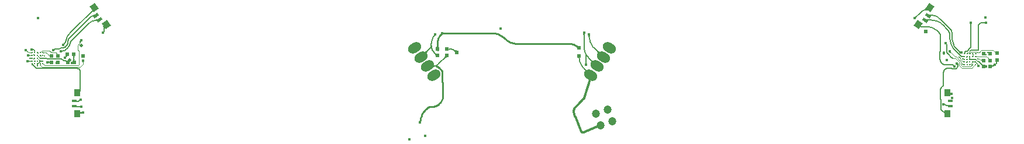
<source format=gtl>
%FSTAX23Y23*%
%MOIN*%
%SFA1B1*%

%IPPOS*%
%AMD24*
4,1,4,-0.025800,0.005700,-0.003000,-0.026200,0.025800,-0.005700,0.003000,0.026200,-0.025800,0.005700,0.0*
%
%AMD25*
4,1,4,-0.008300,-0.015500,0.017300,0.002800,0.008300,0.015500,-0.017300,-0.002800,-0.008300,-0.015500,0.0*
%
%AMD26*
4,1,4,0.003000,-0.026200,0.025800,0.005700,-0.003000,0.026200,-0.025800,-0.005700,0.003000,-0.026200,0.0*
%
%AMD27*
4,1,4,0.017300,-0.002800,-0.008300,0.015500,-0.017300,0.002800,0.008300,-0.015500,0.017300,-0.002800,0.0*
%
%AMD49*
4,1,4,-0.006100,-0.029300,0.025400,0.015800,0.006100,0.029300,-0.025400,-0.015800,-0.006100,-0.029300,0.0*
1,1,0.055120,0.009700,-0.006800*
1,1,0.055120,-0.009700,0.006800*
%
%AMD50*
4,1,4,-0.025400,0.015800,0.006100,-0.029300,0.025400,-0.015800,-0.006100,0.029300,-0.025400,0.015800,0.0*
1,1,0.055120,-0.009700,-0.006800*
1,1,0.055120,0.009700,0.006800*
%
%ADD11C,0.010000*%
%ADD13C,0.006000*%
%ADD14C,0.008000*%
%ADD21C,0.010000*%
%ADD22R,0.031500X0.015750*%
%ADD23R,0.035430X0.039370*%
G04~CAMADD=24~9~0.0~0.0~393.7~354.3~0.0~0.0~0~0.0~0.0~0.0~0.0~0~0.0~0.0~0.0~0.0~0~0.0~0.0~0.0~125.5~516.0~523.0*
%ADD24D24*%
G04~CAMADD=25~9~0.0~0.0~315.0~157.5~0.0~0.0~0~0.0~0.0~0.0~0.0~0~0.0~0.0~0.0~0.0~0~0.0~0.0~0.0~215.5~346.0~309.0*
%ADD25D25*%
G04~CAMADD=26~9~0.0~0.0~393.7~354.3~0.0~0.0~0~0.0~0.0~0.0~0.0~0~0.0~0.0~0.0~0.0~0~0.0~0.0~0.0~234.5~516.0~523.0*
%ADD26D26*%
G04~CAMADD=27~9~0.0~0.0~315.0~157.5~0.0~0.0~0~0.0~0.0~0.0~0.0~0~0.0~0.0~0.0~0.0~0~0.0~0.0~0.0~324.5~346.0~309.0*
%ADD27D27*%
%ADD28R,0.022000X0.023620*%
%ADD29R,0.023620X0.022000*%
%ADD30R,0.021650X0.021650*%
%ADD31C,0.018000*%
%ADD44C,0.012000*%
%ADD45C,0.004000*%
%ADD46C,0.006000*%
%ADD47C,0.014000*%
%ADD48C,0.047240*%
G04~CAMADD=49~3~0.0~0.0~551.2~787.4~0.0~0.0~0~0.0~0.0~0.0~0.0~0~0.0~0.0~0.0~0.0~0~0.0~0.0~0.0~235.0~740.0~682.0*
%ADD49D49*%
G04~CAMADD=50~3~0.0~0.0~551.2~787.4~0.0~0.0~0~0.0~0.0~0.0~0.0~0~0.0~0.0~0.0~0.0~0~0.0~0.0~0.0~125.0~740.0~682.0*
%ADD50D50*%
%ADD51C,0.016000*%
%ADD52C,0.008000*%
%ADD53C,0.024000*%
%ADD54C,0.020000*%
%ADD55C,0.012000*%
%LNfront_flex-1*%
%LPD*%
G36*
X-02388Y00896D02*
X-02389Y00897D01*
X-02389Y00897*
X-02389Y00897*
X-0239Y00897*
X-02391Y00897*
X-02391Y00897*
X-02392Y00896*
X-02393Y00896*
X-02393Y00895*
X-02394Y00894*
X-02398Y00899*
X-02397Y009*
X-02396Y00901*
X-02396Y00902*
X-02395Y00903*
X-02395Y00903*
X-02395Y00904*
X-02395Y00905*
X-02395Y00905*
X-02395Y00906*
X-02395Y00906*
X-02388Y00896*
G37*
G36*
X-02389Y0087D02*
X-0239Y0087D01*
X-02392Y00868*
X-02392Y00868*
X-02393Y00868*
X-02394Y00868*
X-02394Y00867*
X-02381Y00879*
X-0238Y00879*
X-02377Y00881*
X-02375Y00881*
X-02372Y00883*
X-02369Y00884*
X-02366Y00887*
X-02389Y0087*
G37*
G36*
X-02368Y00841D02*
X-02368Y00842D01*
X-02368Y00842*
X-02368Y00842*
X-02368Y00843*
X-02369Y00843*
X-0237Y00843*
X-02371Y00843*
X-02372Y00843*
X-02376Y00843*
X-02368Y0085*
X-02367Y0085*
X-02363Y00851*
X-02362Y00851*
X-02361Y00852*
X-0236Y00852*
X-02359Y00853*
X-02358Y00853*
X-02357Y00854*
X-02357Y00855*
X-02368Y00841*
G37*
G36*
X-02319Y00799D02*
X-0232Y008D01*
X-0232Y00801*
X-02321Y00801*
X-02322Y00802*
X-02322Y00801*
X-02322Y00801*
X-02323Y008*
X-02323Y00799*
X-02323Y00798*
X-02323Y00797*
X-02331Y00802*
X-02331Y00805*
X-02332Y00812*
X-02332Y00814*
X-02332Y00816*
X-02333Y00818*
X-02333Y00819*
X-02334Y0082*
X-02335Y00822*
X-02319Y00799*
G37*
G36*
X-00395Y00776D02*
X-00395Y00776D01*
X-00395Y00776*
X-00394Y00776*
X-00394Y00776*
X-00392Y00776*
X-0039Y00776*
Y00766*
X-00391Y00766*
X-00394Y00766*
X-00395Y00766*
X-00395Y00766*
X-00395Y00765*
X-00395Y00765*
Y00777*
X-00395Y00776*
G37*
G36*
X-00438Y00756D02*
X-00439Y00756D01*
X-00439Y00755*
X-0044Y00755*
X-0044Y00755*
X-00441Y00755*
X-00441Y00754*
X-00442Y00754*
X-00442Y00753*
X-00443Y00753*
X-00443Y00752*
X-00449Y00757*
X-00449Y00758*
X-00448Y0076*
X-00447Y00761*
X-00447Y00761*
X-00447Y00762*
X-00447Y00762*
X-00447Y00763*
Y00763*
X-00438Y00756*
G37*
G36*
X-02456Y00722D02*
X-02457Y00722D01*
X-02458Y00722*
X-02459Y00721*
X-0246Y00721*
X-02461Y00721*
X-02461Y00721*
X-02462Y0072*
X-02462Y0072*
X-02463Y00719*
X-02463Y00719*
X-02466Y00722*
X-02466Y00722*
X-02466Y00723*
X-02465Y00723*
X-02465Y00724*
X-02465Y00725*
X-02465Y00726*
X-02465Y00727*
X-02465Y00727*
X-02465Y00729*
X-02456Y00722*
G37*
G36*
X-0256Y00703D02*
X-0256Y00703D01*
X-0256Y00703*
X-0256Y00703*
X-0256Y00703*
X-0256Y00703*
X-0256Y00702*
X-02561Y00702*
X-02561Y00702*
X-02564Y00705*
X-02564Y00705*
X-02563Y00705*
X-02563Y00705*
X-02563Y00706*
X-02563Y00706*
X-02563Y00706*
X-02563Y00706*
X-02563Y00706*
X-0256Y00703*
G37*
G36*
X-00421Y007D02*
X-00421Y00699D01*
X-0042Y00697*
X-0042Y00696*
X-0042Y00695*
X-00419Y00694*
X-00419Y00693*
X-00418Y00693*
X-00417Y00692*
X-00416Y00692*
X-00436Y00692*
X-00435Y00692*
X-00434Y00693*
X-00433Y00693*
X-00433Y00694*
X-00432Y00695*
X-00432Y00696*
X-00431Y00697*
X-00431Y00699*
X-00431Y007*
X-00431Y00702*
X-00421*
X-00421Y007*
G37*
G36*
X-02733Y00683D02*
X-02733Y00682D01*
X-02732Y00682*
X-02732Y00682*
X-02731Y00681*
X-0273Y00681*
X-0273Y00681*
X-02729Y00681*
X-02728Y00681*
X-02727Y00681*
Y00675*
X-02728Y00675*
X-02729Y00675*
X-0273Y00674*
X-0273Y00674*
X-02731Y00674*
X-02732Y00674*
X-02732Y00673*
X-02733Y00673*
X-02733Y00673*
X-02734Y00672*
Y00683*
X-02733Y00683*
G37*
G36*
X-00483Y00666D02*
X-00484Y00664D01*
X-00485Y00663*
X-00486Y00662*
X-00486Y00661*
X-00487Y0066*
X-00487Y00659*
X-00487Y00659*
X-00487Y00658*
X-00487Y00657*
X-00486Y00657*
X-00498Y00667*
X-00498Y00667*
X-00497Y00667*
X-00496Y00666*
X-00495Y00667*
X-00494Y00667*
X-00493Y00667*
X-00492Y00668*
X-00491Y00669*
X-0049Y0067*
X-00489Y00671*
X-00483Y00666*
G37*
G36*
X-02765Y00675D02*
X-02764Y00673D01*
X-02764Y00672*
X-02764Y00671*
X-02764Y00671*
X-02763Y0067*
X-02763Y00669*
X-02763Y00669*
X-02762Y00668*
X-02765Y00666*
X-02766Y00666*
X-02766Y00666*
X-02767Y00667*
X-02767Y00667*
X-02768Y00667*
X-02769Y00667*
X-0277Y00668*
X-02771Y00668*
X-02772Y00668*
X-02773Y00668*
X-02765Y00676*
X-02765Y00675*
G37*
G36*
X-02568Y00674D02*
X-02567Y00674D01*
X-02566Y00673*
X-02566Y00673*
X-02565Y00673*
X-02565Y00673*
X-02564Y00673*
X-02563Y00673*
X-02562Y00673*
X-02562Y00673*
X-02561Y00667*
X-02562Y00667*
X-02563Y00666*
X-02564Y00666*
X-02565Y00666*
X-02565Y00665*
X-02566Y00665*
X-02566Y00664*
X-02567Y00664*
X-02567Y00663*
X-02568Y00675*
X-02568Y00674*
G37*
G36*
X-0272Y00671D02*
X-0272Y00671D01*
X-0272Y0067*
X-0272Y0067*
X-0272Y00668*
X-0272Y00667*
X-0272Y00667*
X-0272Y00666*
X-0272Y00666*
X-02719Y00665*
X-02719Y00664*
X-02719Y00664*
X-02718Y00663*
X-02718Y00663*
X-02726*
X-02726Y00663*
X-02725Y00664*
X-02725Y00664*
X-02725Y00665*
X-02725Y00666*
X-02724Y00666*
X-02724Y00667*
X-02724Y00667*
X-02724Y00667*
X-02724Y00671*
X-0272*
X-0272Y00671*
G37*
G36*
X-02683Y00664D02*
X-02684Y00664D01*
X-02684Y00664*
X-02684Y00663*
X-02685Y00663*
X-02685Y00662*
X-02685Y00662*
X-02685Y00661*
X-02685Y0066*
X-02686Y0066*
X-02686Y00659*
X-02691Y00665*
X-02691Y00665*
X-0269Y00665*
X-02689Y00665*
X-02689Y00665*
X-02688Y00666*
X-02688Y00666*
X-02687Y00666*
X-02687Y00667*
X-02686Y00667*
X-02686Y00667*
X-02683Y00664*
G37*
G36*
X-02671Y00663D02*
X-02671Y00663D01*
X-0267Y00663*
X-0267Y00663*
X-02669Y00662*
X-02669Y00662*
X-02668Y00662*
X-02667Y00662*
X-02667Y00662*
X-02666Y00662*
Y00658*
X-02667Y00658*
X-02667Y00658*
X-02668Y00658*
X-02669Y00657*
X-02669Y00657*
X-0267Y00657*
X-0267Y00657*
X-02671Y00657*
X-02671Y00656*
X-02672Y00656*
Y00664*
X-02671Y00663*
G37*
G36*
X-02741Y00656D02*
X-02741Y00656D01*
X-02742Y00657*
X-02742Y00657*
X-02743Y00657*
X-02744Y00657*
X-02744Y00657*
X-02745Y00658*
X-02745Y00658*
X-02746Y00658*
X-02746Y00658*
X-02746Y00662*
X-02746Y00662*
X-02745Y00662*
X-02745Y00662*
X-02744Y00662*
X-02744Y00662*
X-02743Y00663*
X-02742Y00663*
X-02742Y00663*
X-02741Y00663*
X-02741Y00664*
Y00656*
G37*
G36*
X-02595Y00657D02*
X-02594Y00656D01*
X-02593Y00656*
X-02593Y00656*
X-02592Y00656*
X-02592Y00655*
X-02591Y00655*
X-0259Y00655*
X-0259Y00655*
X-02601*
X-02601Y00655*
X-026Y00655*
X-026Y00655*
X-026Y00656*
X-026Y00656*
X-026Y00656*
X-026Y00656*
X-026Y00657*
X-02601Y00657*
X-02601Y00658*
X-02596*
X-02595Y00657*
G37*
G36*
X-02639Y00641D02*
X-02639Y00642D01*
X-02639Y00642*
X-0264Y00643*
X-0264Y00643*
X-0264Y00643*
X-02641Y00644*
X-02641Y00644*
X-02642Y00645*
X-02642Y00645*
X-02643Y00645*
X-02643Y0065*
X-02642Y0065*
X-02642Y00649*
X-02641Y00649*
X-02641Y00649*
X-0264Y00649*
X-0264Y00649*
X-0264Y00649*
X-02639Y0065*
X-02639Y0065*
X-02639Y0065*
Y00641*
G37*
G36*
X-02754Y00649D02*
X-02753Y00648D01*
X-02752Y00647*
X-02751Y00647*
X-02751Y00647*
X-0275Y00646*
X-02749Y00646*
X-02749Y00646*
X-02748Y00646*
X-02748Y00642*
X-02749Y00642*
X-02749Y00642*
X-0275Y00642*
X-02751Y00641*
X-02751Y00641*
X-02752Y00641*
X-02753Y0064*
X-02753Y0064*
X-02754Y00639*
X-02755Y00638*
X-02755Y00642*
X-02757Y00642*
Y00646*
X-02757Y00646*
X-02757Y00646*
X-02757Y00646*
X-02756Y00646*
X-02755Y00646*
X-02755Y0065*
X-02754Y00649*
G37*
G36*
X-0044Y00661D02*
X-00434Y00656D01*
X-00433Y00655*
X-00431Y00655*
X-0043Y00654*
X-00429Y00654*
X-00428Y00654*
X-00428Y00654*
X-0044Y00644*
X-00439Y00645*
X-00439Y00645*
X-00439Y00646*
X-0044Y00647*
X-0044Y00649*
X-00441Y0065*
X-00442Y00652*
X-00444Y00653*
X-00448Y00657*
X-00442Y00663*
X-0044Y00661*
G37*
G36*
X-02741Y0064D02*
X-02741Y0064D01*
X-02742Y00641*
X-02742Y00641*
X-02743Y00641*
X-02744Y00642*
X-02744Y00642*
X-02745Y00642*
X-02745Y00642*
X-02746Y00642*
X-02746Y00642*
X-02746Y00646*
X-02746Y00646*
X-02745Y00646*
X-02745Y00646*
X-02744Y00646*
X-02744Y00647*
X-02743Y00647*
X-02742Y00647*
X-02742Y00647*
X-02741Y00648*
X-02741Y00648*
Y0064*
G37*
G36*
X-02701Y00644D02*
X-02701Y00643D01*
X-02701Y00642*
X-02701Y00642*
X-02701Y00641*
X-027Y00641*
X-027Y0064*
X-027Y0064*
X-02699Y00639*
X-02699Y00639*
X-02702Y00636*
X-02703Y00637*
X-02703Y00637*
X-02704Y00638*
X-02704Y00638*
X-02705Y00638*
X-02705Y00638*
X-02706Y00639*
X-02706Y00639*
X-02707Y00639*
X-02707Y00639*
X-02701Y00644*
X-02701Y00644*
G37*
G36*
X-02535Y00639D02*
X-02535Y00639D01*
X-02536Y00639*
X-02537Y00638*
X-02538Y00638*
X-0254Y00637*
X-02541Y00636*
X-02543Y00634*
X-02544Y00633*
X-02551Y00635*
X-0255Y00636*
X-02549Y00637*
X-02548Y00638*
X-02548Y00638*
X-02548Y00638*
X-02548Y00639*
X-02548Y00639*
X-02548Y00639*
X-02534Y00639*
X-02535Y00639*
G37*
G36*
X-00372Y00633D02*
X-00373Y00633D01*
X-00374Y00633*
X-00375Y00633*
X-00375Y00633*
X-00377Y00633*
X-00378Y00632*
X-00379Y00631*
X-0038Y0063*
X-00384Y00627*
X-00389Y00633*
X-00387Y00635*
X-00385Y00638*
X-00384Y00639*
X-00383Y0064*
X-00383Y00641*
X-00383Y00642*
X-00383Y00643*
X-00383Y00644*
X-00383Y00644*
X-00372Y00633*
G37*
G36*
X-02492Y00639D02*
X-02493Y00639D01*
X-02493Y00639*
X-02494Y00638*
X-02494Y00637*
X-02494Y00636*
X-02495Y00635*
X-02495Y00634*
X-02495Y00633*
X-02495Y00631*
X-02503*
X-02503Y00633*
X-02503Y00634*
X-02503Y00635*
X-02504Y00636*
X-02504Y00637*
X-02505Y00638*
X-02505Y00639*
X-02506Y00639*
X-02506Y00639*
X-02507Y00639*
X-02491*
X-02492Y00639*
G37*
G36*
X-02675Y00628D02*
X-02678Y00624D01*
X-02678Y00625*
X-02679Y00625*
X-02679Y00625*
X-0268Y00626*
X-02681Y00626*
X-02681Y00626*
X-02682Y00626*
X-02682Y00626*
X-02683Y00626*
X-02683Y00626*
X-02684Y00626*
X-02684Y00626*
X-02685Y00626*
X-02685Y00626*
X-02686Y00625*
X-02687Y00625*
X-02687Y00625*
X-02688Y00624*
Y00632*
X-02687Y00632*
X-02687Y00632*
X-02686Y00631*
X-02685Y00631*
X-02685Y00631*
X-02684Y00631*
X-02684Y0063*
X-02683Y0063*
X-02683Y0063*
X-02682Y0063*
X-02682Y0063*
X-02681Y00631*
X-02681Y00631*
X-0268Y00631*
X-02679Y00631*
X-02679Y00632*
X-02678Y00632*
X-02678Y00632*
X-02675Y00628*
G37*
G36*
X-02741Y0063D02*
X-0274Y0063D01*
Y00626*
X-0274Y00626*
X-02741Y00626*
X-02741Y00626*
X-02741Y00624*
X-02741Y00624*
X-02742Y00625*
X-02742Y00625*
X-02743Y00625*
X-02743Y00625*
X-02744Y00626*
X-02744Y00626*
X-02745Y00626*
X-02745Y00626*
X-02745Y00625*
X-02745Y00625*
X-02745Y00625*
X-02746Y00625*
X-02746Y00626*
X-02746Y00626*
Y00627*
X-02747Y0063*
X-02746Y0063*
X-02746Y0063*
X-02746Y0063*
X-02746Y0063*
X-02746Y0063*
X-02746Y0063*
X-02745Y0063*
X-02745Y0063*
X-02745Y0063*
X-02744Y0063*
X-02744Y0063*
X-02743Y00631*
X-02743Y00631*
X-02742Y00631*
X-02742Y00632*
X-02741Y00632*
X-02741Y0063*
G37*
G36*
X-02695Y00635D02*
X-02695Y00635D01*
X-02694Y00634*
X-02694Y00634*
X-02693Y00634*
X-02693Y00634*
X-02692Y00634*
X-02692Y00633*
X-02691Y00633*
X-0269Y00633*
X-02696Y00627*
X-02696Y00628*
X-02696Y00629*
X-02696Y00629*
X-02696Y0063*
X-02696Y0063*
X-02697Y00631*
X-02697Y00631*
X-02697Y00632*
X-02698Y00632*
X-02698Y00632*
X-02696Y00636*
X-02695Y00635*
G37*
G36*
X-02671Y00632D02*
X-02671Y00632D01*
X-0267Y00631*
X-0267Y00631*
X-02669Y00631*
X-02669Y00631*
X-02668Y0063*
X-02667Y0063*
X-02667Y0063*
X-02666Y0063*
X-02661Y00631*
Y00626*
X-02661Y00626*
X-02662Y00626*
X-02662Y00626*
X-02663Y00626*
X-02666Y00626*
X-02667Y00626*
X-02667Y00626*
X-02668Y00626*
X-02669Y00626*
X-02669Y00626*
X-0267Y00626*
X-0267Y00625*
X-02671Y00625*
X-02671Y00625*
X-02672Y00624*
X-02675Y00628*
X-02672Y00632*
X-02671Y00632*
G37*
G36*
X-02701Y00628D02*
X-02701Y00628D01*
X-02701Y00627*
X-02701Y00627*
X-02701Y00626*
X-027Y00626*
X-027Y00625*
X-027Y00625*
X-02699Y00624*
X-02699Y00624*
X-02702Y00621*
X-02702Y00621*
X-02703Y00622*
X-02703Y00622*
X-02704Y00622*
X-02704Y00622*
X-02705Y00623*
X-02705Y00623*
X-02706Y00623*
X-02706Y00623*
X-02707Y00623*
X-02701Y00629*
X-02701Y00628*
G37*
G36*
X-02495Y00623D02*
X-02495Y00622D01*
X-02495Y00621*
X-02494Y0062*
X-02494Y00619*
X-02494Y00618*
X-02493Y00618*
X-02493Y00617*
X-02492Y00617*
X-02491Y00617*
X-02506*
X-02505Y00617*
X-02505Y00617*
X-02504Y00618*
X-02504Y00618*
X-02504Y00619*
X-02504Y0062*
X-02503Y00621*
X-02503Y00622*
X-02503Y00623*
X-02503Y00625*
X-02495*
X-02495Y00623*
G37*
G36*
X-02522Y00617D02*
X-02522D01*
X-02522Y00617*
X-02522Y00617*
X-02522Y00617*
X-02522Y00617*
X-02522Y00617*
Y00617*
X-02522Y00617*
X-02522Y00617*
X-02522Y00617*
X-02522Y00617*
X-0253*
X-0253Y00617*
X-0253Y00617*
X-0253Y00617*
X-02529Y00617*
X-02529Y00618*
X-02528Y00619*
X-02526Y00621*
X-02522Y00617*
G37*
G36*
X-02678Y00609D02*
X-02678Y00609D01*
X-02679Y00609*
X-02679Y0061*
X-0268Y0061*
X-02681Y0061*
X-02681Y0061*
X-02682Y0061*
X-02682Y0061*
X-02683Y00611*
X-02683Y0061*
X-02684Y0061*
X-02684Y0061*
X-02685Y0061*
X-02685Y0061*
X-02686Y0061*
X-02687Y00609*
X-02687Y00609*
X-02688Y00609*
Y00617*
X-02687Y00616*
X-02687Y00616*
X-02686Y00616*
X-02685Y00615*
X-02685Y00615*
X-02684Y00615*
X-02684Y00615*
X-02683Y00615*
X-02683Y00615*
X-02682Y00615*
X-02682Y00615*
X-02681Y00615*
X-02681Y00615*
X-0268Y00615*
X-02679Y00616*
X-02679Y00616*
X-02678Y00616*
X-02678Y00617*
Y00609*
G37*
G36*
X-02741D02*
X-02741Y00609D01*
X-02742Y00609*
X-02742Y0061*
X-02743Y0061*
X-02744Y0061*
X-02744Y0061*
X-02745Y0061*
X-02745Y0061*
X-02746Y00611*
X-02746Y00611*
X-02746Y00615*
X-02746Y00615*
X-02745Y00615*
X-02745Y00615*
X-02744Y00615*
X-02744Y00615*
X-02743Y00615*
X-02742Y00616*
X-02742Y00616*
X-02741Y00616*
X-02741Y00617*
Y00609*
G37*
G36*
X-02524Y00608D02*
X-02525D01*
X-02526Y00608*
X-02527Y00608*
X-02528Y00608*
X-02529Y00608*
X-0253Y00607*
X-02531Y00607*
X-02532Y00607*
X-02532Y00606*
X-02533Y00605*
X-02537Y0061*
X-02537Y0061*
X-02536Y00611*
X-02536Y00612*
X-02535Y00613*
X-02535Y00613*
X-02535Y00614*
X-02534Y00615*
X-02534Y00616*
X-02534Y00617*
X-02534Y00618*
X-02524Y00608*
G37*
G36*
X-02543Y00616D02*
X-02543Y00616D01*
X-02543Y00616*
X-02544Y00616*
Y00615*
Y00615*
Y00608*
X-02544Y00608*
X-02544Y00608*
X-02544Y00608*
X-02544Y00608*
X-02545Y00609*
X-02546Y0061*
X-02548Y00611*
X-02544Y00616*
X-02544Y00616*
X-02544Y00616*
X-02544Y00616*
X-02544Y00616*
X-02544Y00616*
X-02543Y00616*
X-02543*
G37*
G36*
X-02756Y00617D02*
X-02754Y00616D01*
X-02753Y00616*
X-02753Y00615*
X-02752Y00615*
X-02751Y00615*
X-02751Y00615*
X-0275Y00615*
X-02749Y00615*
X-02749Y00611*
X-0275Y00611*
X-0275Y0061*
X-02751Y0061*
X-02752Y0061*
X-02752Y0061*
X-02753Y00609*
X-02754Y00609*
X-02754Y00608*
X-02755Y00607*
X-02755Y00607*
X-02756Y00618*
X-02756Y00617*
G37*
G36*
X-02695Y0062D02*
X-02694Y00619D01*
X-02694Y00619*
X-02693Y00619*
X-02693Y00618*
X-02692Y00618*
X-02692Y00618*
X-02691Y00618*
X-02691Y00618*
X-0269Y00618*
X-02695Y00613*
X-0269Y00608*
X-02691Y00608*
X-02691Y00607*
X-02692Y00607*
X-02692Y00607*
X-02693Y00607*
X-02693Y00606*
X-02694Y00606*
X-02694Y00606*
X-02695Y00605*
X-02695Y00605*
X-02698Y00608*
X-02698Y00608*
X-02697Y00609*
X-02697Y00609*
X-02697Y0061*
X-02696Y0061*
X-02696Y00611*
X-02696Y00611*
X-02696Y00612*
X-02696Y00613*
X-02696Y00613*
X-02696Y00614*
X-02696Y00614*
X-02696Y00615*
X-02697Y00615*
X-02697Y00616*
X-02697Y00616*
X-02698Y00617*
X-02698Y00617*
X-02695Y0062*
X-02695Y0062*
G37*
G36*
X-02441Y00608D02*
X-02442Y00607D01*
X-02443Y00606*
X-02443Y00606*
X-02443Y00605*
X-02444Y00604*
X-02444Y00603*
X-02444Y00603*
X-02444Y00602*
X-02448*
X-02448Y00603*
X-02448Y00603*
X-02448Y00604*
X-02448Y00605*
X-02449Y00606*
X-02449Y00606*
X-0245Y00607*
X-0245Y00608*
X-02451Y00608*
X-02452Y00609*
X-0244*
X-02441Y00608*
G37*
G36*
X-02642Y00611D02*
X-02641Y0061D01*
X-0264Y00609*
X-0264Y00609*
X-02639Y00609*
X-02639Y00609*
X-02639Y0061*
Y00609*
X-02639Y00608*
X-02638Y00608*
X-02637Y00608*
X-02637Y00608*
X-02636Y00608*
Y00604*
X-02637Y00604*
X-02637Y00604*
X-02638Y00603*
X-02639Y00603*
X-02639Y00603*
Y00602*
X-02639Y00602*
X-02639Y00603*
X-0264Y00603*
X-0264Y00603*
X-02641Y00602*
X-02641Y00601*
X-02642Y00601*
X-02643Y006*
Y00604*
X-02643Y00604*
Y00608*
X-02643Y00608*
Y00611*
X-02642Y00611*
G37*
G36*
X-02591Y00607D02*
X-0259Y00606D01*
X-02589Y00605*
X-02588Y00605*
X-02588Y00605*
X-02587Y00604*
X-02586Y00604*
X-02586Y00604*
X-02585Y00604*
Y006*
X-02586Y006*
X-02586Y006*
X-02587Y006*
X-02588Y00599*
X-02588Y00599*
X-02589Y00599*
X-0259Y00598*
X-02591Y00598*
X-02591Y00597*
X-02592Y00596*
Y00608*
X-02591Y00607*
G37*
G36*
X-02699Y00601D02*
X-02699Y00601D01*
X-027Y00601*
X-027Y006*
X-027Y006*
X-02701Y00599*
X-02701Y00599*
X-02701Y00598*
X-02701Y00597*
X-02701Y00597*
X-02701Y00596*
X-02707Y00602*
X-02706Y00602*
X-02706Y00602*
X-02705Y00602*
X-02705Y00602*
X-02704Y00603*
X-02704Y00603*
X-02703Y00603*
X-02703Y00604*
X-02702Y00604*
X-02702Y00604*
X-02699Y00601*
G37*
G36*
X-02704Y00594D02*
X-02702Y00594D01*
X-02703Y00593*
X-02703Y00593*
X-02703Y00592*
X-02704Y00592*
X-02704Y00591*
X-02704Y00591*
X-02703Y00591*
X-02703Y0059*
X-02703Y0059*
X-02702Y00589*
X-02704*
X-02704Y00589*
X-02704Y00588*
X-02708Y00588*
X-02708Y00589*
X-02709Y00589*
X-02711*
X-0271Y0059*
X-0271Y0059*
X-0271Y00591*
X-02709Y00591*
X-02709Y00591*
X-02709Y00592*
X-02709Y00592*
X-0271Y00593*
X-0271Y00593*
X-0271Y00594*
X-02708Y00594*
X-02708Y00594*
X-02704*
X-02704Y00594*
G37*
G36*
X-0267Y00597D02*
X-0267Y00596D01*
X-02669Y00596*
X-02669Y00595*
X-02669Y00595*
X-02669Y00594*
X-02668Y00594*
X-02668Y00593*
X-02668Y00593*
X-02667Y00592*
X-0267Y00589*
X-02671Y0059*
X-02671Y0059*
X-02672Y0059*
X-02672Y00591*
X-02673Y00591*
X-02673Y00591*
X-02674Y00591*
X-02674Y00592*
X-02675Y00592*
X-02676Y00592*
X-0267Y00598*
X-0267Y00597*
G37*
G36*
X-02688Y00593D02*
X-02688Y00592D01*
X-02688Y00592*
X-02688Y00592*
X-02688Y00591*
X-02688Y00591*
X-02688Y0059*
X-02689Y0059*
X-02689Y00589*
X-02693*
X-02693Y00589*
X-02693Y0059*
X-02693Y00591*
X-02693Y00591*
X-02693Y00592*
X-02693Y00592*
X-02693Y00592*
X-02694Y00593*
X-02694Y00593*
X-02687*
X-02688Y00593*
G37*
G36*
X-02733Y00596D02*
X-02733Y00596D01*
X-02733Y00595*
X-02732Y00594*
X-02732Y00594*
X-02732Y00593*
X-02731Y00593*
X-0273Y00592*
X-02729Y0059*
X-02735Y00588*
X-02739Y00592*
X-02733Y00597*
X-02733Y00596*
G37*
G36*
X-00446Y00591D02*
X-00446Y00591D01*
X-00445Y0059*
X-00445Y0059*
X-00444Y00589*
X-00443Y00589*
X-00442Y00589*
X-00441*
X-0044Y00589*
X-00438Y00589*
X-0044Y00581*
X-00442Y0058*
X-00445Y00579*
X-00446Y00579*
X-00447Y00578*
X-00448Y00578*
X-00449Y00577*
X-0045Y00577*
X-0045Y00576*
X-0045Y00575*
X-00446Y00592*
X-00446Y00591*
G37*
G36*
X-0246Y0045D02*
X-02459Y00449D01*
X-02459Y00448*
X-02459Y00447*
X-02459Y00446*
X-02459Y00446*
X-02458Y00445*
X-02458Y00445*
X-02457Y00445*
X-02457Y00445*
X-02469*
X-02468Y00445*
X-02468Y00445*
X-02467Y00445*
X-02467Y00446*
X-02466Y00446*
X-02466Y00447*
X-02466Y00448*
X-02466Y00449*
X-02466Y0045*
X-02466Y00451*
X-0246*
X-0246Y0045*
G37*
G36*
X02371Y00901D02*
X0237Y00901D01*
X02369Y00902*
X02368Y00902*
X02367Y00902*
X02366Y00903*
X02365Y00903*
X02363Y00903*
X02362Y00903*
X02361Y00903*
X02359Y00902*
X0235Y00908*
X0235Y00908*
X02351Y00909*
X02352Y00909*
X02352Y00909*
X02353Y00909*
X02353Y0091*
X02354Y0091*
X02354Y00911*
X02355Y00911*
X02355Y00912*
X02371Y00901*
G37*
G36*
X02369Y00882D02*
X0237Y00882D01*
X02372Y00881*
X02373Y00881*
X02374Y0088*
X02378Y00879*
X0238Y00879*
X02384Y00879*
X02388Y00872*
X02387Y00872*
X02386Y00872*
X02386Y00872*
X02385Y00872*
X02385Y00872*
X02385Y00871*
X02385Y00871*
X02385Y00871*
X02386Y0087*
X02387Y0087*
X02368Y00883*
X02369Y00882*
G37*
G36*
X02306Y00863D02*
X02305Y00862D01*
X02304Y00861*
X02304Y0086*
X02303Y0086*
X02303Y00859*
X02303Y00859*
X02303Y00858*
X02302Y00858*
X02302Y00857*
X02294Y00865*
X02295Y00865*
X02295Y00865*
X02296Y00866*
X02296Y00866*
X02297Y00866*
X02298Y00866*
X02298Y00867*
X02299Y00867*
X023Y00868*
X02306Y00863*
G37*
G36*
X02357Y00852D02*
X02358Y00851D01*
X02359Y00851*
X0236Y00851*
X02361Y0085*
X02362Y0085*
X02363Y0085*
X02364Y0085*
X02365Y0085*
X02367Y0085*
X02375Y00844*
X02369Y00844*
X02356Y00853*
X02357Y00852*
G37*
G36*
X02694Y00826D02*
X02693Y00826D01*
X02693Y00827*
X02692Y00827*
X02691Y00828*
X02691Y00828*
X0269Y00828*
X02689Y00828*
X02689Y00828*
X02688Y00828*
X02687Y00828*
Y00834*
X02688Y00834*
X02689Y00835*
X02689Y00835*
X0269Y00835*
X02691Y00835*
X02691Y00835*
X02692Y00836*
X02693Y00836*
X02693Y00837*
X02694Y00837*
Y00826*
G37*
G36*
X0262Y00827D02*
X0262Y00826D01*
X02619Y00825*
X02619Y00825*
X02619Y00824*
X02618Y00824*
X02618Y00823*
X02618Y00822*
X02618Y00821*
X02618Y00821*
X02612*
X02612Y00821*
X02612Y00822*
X02612Y00823*
X02612Y00824*
X02611Y00824*
X02611Y00825*
X02611Y00825*
X0261Y00826*
X0261Y00827*
X02609Y00827*
X02621*
X0262Y00827*
G37*
G36*
X00414Y00768D02*
X00414Y00768D01*
X00414Y00767*
X00413Y00767*
X00413Y00766*
X00413Y00765*
X00413Y00765*
X00413Y00764*
X00413Y00762*
X00405*
X00405Y00763*
X00405Y00765*
X00405Y00765*
X00404Y00766*
X00404Y00767*
X00404Y00767*
X00404Y00768*
X00404Y00768*
X00403Y00768*
X00414*
X00414Y00768*
G37*
G36*
X00443Y00759D02*
X00443Y00758D01*
X00443Y00758*
X00443Y00757*
X00442Y00757*
X00442Y00756*
X00442Y00755*
X00442Y00754*
X00442Y00752*
X00434Y00752*
X00434Y00753*
X00434Y00756*
X00434Y00757*
X00433Y00757*
X00433Y00758*
X00433Y00759*
X00433Y00759*
X00432Y00759*
X00444*
X00443Y00759*
G37*
G36*
X02478Y00713D02*
X02477Y00713D01*
X02478Y00712*
X02478Y00712*
X02478Y00711*
X02478Y0071*
X02478Y0071*
X02479Y00709*
X02479Y00708*
X0248Y00708*
X02474Y00705*
X02474Y00705*
X02473Y00706*
X02473Y00706*
X02472Y00707*
X02472Y00707*
X02471Y00707*
X0247Y00708*
X0247Y00708*
X02469Y00708*
X02468Y00708*
X02478Y00714*
X02478Y00713*
G37*
G36*
X00371Y00701D02*
X00376Y00699D01*
X00378Y00698*
X0038Y00697*
X00381Y00697*
X00383Y00696*
X00384Y00696*
X00385Y00697*
X00386Y00697*
X0037Y00684*
X00371Y00685*
X00371Y00685*
X00371Y00686*
X00371Y00687*
X0037Y00688*
X00369Y0069*
X00368Y00691*
X00366Y00692*
X00364Y00694*
X00362Y00695*
X00368Y00703*
X00371Y00701*
G37*
G36*
X-0036Y00689D02*
X-0036Y00688D01*
X-00359Y00687*
X-00359Y00687*
X-00358Y00686*
X-00357Y00686*
X-00356Y00685*
X-00355Y00685*
X-00353Y00685*
X-00352Y00685*
X-00352Y00677*
X-00353Y00677*
X-00355Y00677*
X-00356Y00677*
X-00357Y00677*
X-00358Y00676*
X-00359Y00676*
X-00359Y00675*
X-0036Y00675*
X-0036Y00674*
X-0036Y00673*
Y00689*
X-0036Y00689*
G37*
G36*
X02753Y00658D02*
X02753Y00658D01*
X02753Y00659*
X02753Y00659*
X02753Y00659*
X02752Y0066*
X02752Y0066*
X02751Y00661*
X02751Y00662*
X0275Y00662*
X02752Y00666*
X02752Y00666*
X02752Y00666*
X02753Y00666*
X02753*
X02753Y00666*
X02753Y00666*
X02753Y00666*
X02753Y00666*
X02753Y00666*
X02753Y00667*
Y00658*
G37*
G36*
X-00326Y00676D02*
X-00325Y00676D01*
X-00324Y00675*
X-00323Y00675*
X-00322Y00675*
X-00321Y00675*
X-0032Y00674*
X-00319Y00674*
X-00317Y00674*
X-00316Y00674*
X-00327Y00662*
X-00327Y00663*
X-00327Y00664*
X-00328Y00665*
X-00328Y00666*
X-00329Y00667*
X-00329Y00668*
X-0033Y00669*
X-00331Y00669*
X-00331Y0067*
X-00332Y0067*
X-00327Y00677*
X-00326Y00676*
G37*
G36*
X02713Y00663D02*
X02713Y00663D01*
X02713Y00663*
X02714Y00663*
X02714Y00663*
X02714Y00663*
X02715Y00662*
X02715Y00662*
X02716Y00662*
Y00658*
X02715Y00658*
X02715Y00658*
X02714Y00658*
X02714Y00658*
X02714Y00658*
X02713Y00658*
X02713Y00658*
X02713Y00658*
X02713Y00658*
Y00663*
X02713Y00663*
G37*
G36*
X02501Y00666D02*
X02501Y00664D01*
X02501Y00664*
X02501Y00663*
X02502Y00662*
X02502Y00661*
X02502Y00661*
X02503Y0066*
X02503Y0066*
X025Y00657*
X025Y00657*
X02499Y00658*
X02499Y00658*
X02498Y00658*
X02497Y00659*
X02497Y00659*
X02496Y00659*
X02495Y00659*
X02494Y00659*
X02493Y00659*
X02501Y00667*
X02501Y00666*
G37*
G36*
X0049Y0067D02*
X00491Y00669D01*
X00492Y00668*
X00493Y00667*
X00494Y00667*
X00495Y00667*
X00496Y00666*
X00497Y00667*
X00498Y00667*
X00498Y00667*
X00486Y00657*
X00487Y00657*
X00487Y00658*
X00487Y00659*
X00487Y00659*
X00487Y0066*
X00486Y00661*
X00486Y00662*
X00485Y00663*
X00484Y00664*
X00483Y00666*
X00489Y00671*
X0049Y0067*
G37*
G36*
X02551Y00667D02*
X02552Y00667D01*
X02552Y00666*
X02553Y00666*
X02553Y00666*
X02554Y00666*
X02554Y00666*
X02555Y00666*
X02555Y00666*
X02556Y00666*
X02554Y00656*
X02553Y00656*
X02553Y00656*
X02547Y00662*
X0255Y00668*
X02551Y00667*
G37*
G36*
X02613Y00662D02*
X02613Y00655D01*
X02607Y00659*
X02608Y00659*
X02608Y00659*
X02608Y0066*
X02609Y0066*
X02609Y0066*
X02609Y0066*
X02609Y00661*
X02609Y00661*
X02609Y00662*
X02609Y00662*
X02613Y00662*
G37*
G36*
X026Y00659D02*
X02599Y00659D01*
X02599Y00658*
X02599Y00658*
X02598Y00657*
X02598Y00657*
X02598Y00656*
X02598Y00655*
X02598Y00655*
X02597Y00654*
X02597Y00654*
X02592Y00659*
X02592Y00659*
X02593Y00659*
X02594Y0066*
X02594Y0066*
X02595Y0066*
X02595Y0066*
X02596Y00661*
X02596Y00661*
X02597Y00661*
X02597Y00662*
X026Y00659*
G37*
G36*
X02697Y0065D02*
X02697Y0065D01*
X02698Y0065*
X02698Y0065*
X02698Y0065*
X02698Y0065*
X02699Y0065*
X027Y0065*
Y00646*
X02699*
X02698Y00646*
X02698Y00646*
X02698Y00646*
X02697Y00646*
X02697Y00646*
X02697Y00646*
Y0065*
X02697Y0065*
G37*
G36*
X02573Y00635D02*
X02573Y00635D01*
X02572Y00635*
X02572Y00636*
X02571Y00636*
X02571Y00636*
X0257Y00636*
X02568Y00636*
X02567Y00636*
X02566Y00636*
X02567Y00642*
X02574Y00643*
X02573Y00635*
G37*
G36*
X02643Y00642D02*
X02644Y00642D01*
X02644Y00642*
X02645Y00641*
X02645Y00641*
X02646Y00641*
X02646Y00641*
X02647Y00641*
X02648Y00641*
X02648Y00641*
X02648Y00637*
X02648Y00637*
X02647Y00636*
X02646Y00636*
X02646Y00636*
X02645Y00636*
X02645Y00636*
X02644Y00636*
X02644Y00635*
X02643Y00635*
X02643Y00635*
X02643Y00643*
X02643Y00642*
G37*
G36*
X02551Y00636D02*
X02551Y00635D01*
X02551Y00635*
X02551Y00635*
X02552Y00635*
X02552Y00634*
X02552Y00634*
X02552Y00634*
X02553Y00633*
X0255Y0063*
X0255Y00631*
X02549Y00631*
X02549Y00631*
X02548Y00631*
X02548Y00632*
X02548Y00632*
X02548Y00632*
X02547Y00632*
X02547Y00632*
X02551Y00636*
X02551Y00636*
G37*
G36*
X02637Y00625D02*
X02638Y00625D01*
Y00621*
X02638Y00621*
X02637Y00621*
X02637Y00621*
X02637Y00621*
Y00619*
X02636Y00619*
X02636Y0062*
X02635Y0062*
X02634Y0062*
X02634Y0062*
X02633Y0062*
X02633Y00621*
X02632Y00621*
X02632Y00621*
X02631Y00621*
X02631Y00621*
X0263Y0062*
X0263Y0062*
X02629Y0062*
X02629Y0062*
X02628Y0062*
X02627Y00619*
X02627Y00619*
X02627Y00627*
X02627Y00626*
X02628Y00626*
X02629Y00626*
X02629Y00626*
X0263Y00625*
X0263Y00625*
X02631Y00625*
X02631Y00625*
X02632Y00625*
X02632Y00625*
X02633Y00625*
X02633Y00625*
X02634Y00625*
X02634Y00626*
X02635Y00626*
X02636Y00626*
X02636Y00626*
X02637Y00627*
Y00625*
G37*
G36*
X02716Y0063D02*
X02717Y00629D01*
X02718Y00629*
X02718Y00628*
X02719Y00628*
X02719Y00628*
X0272Y00628*
X0272Y00628*
X02721Y00628*
X02714Y00624*
X02714Y00624*
X02714Y00624*
X02714Y00625*
X02714Y00625*
X02714Y00626*
X02713Y00626*
X02713Y00627*
X02712Y00628*
X02711Y0063*
X02715Y00631*
X02716Y0063*
G37*
G36*
X02645Y00623D02*
X02645Y00622D01*
X02645Y00622*
X02645Y00621*
X02645Y00621*
X02646Y0062*
X02646Y0062*
X02646Y00619*
X02647Y00619*
X02647Y00618*
X02644Y00615*
X02644Y00616*
X02643Y00616*
X02643Y00616*
X02642Y00617*
X02642Y00617*
X02641Y00617*
X02641Y00617*
X0264Y00618*
X0264Y00618*
X02639Y00618*
X0264Y00619*
X02639Y0062*
X02643Y00623*
X02643Y00623*
X02643Y00623*
X02643Y00623*
X02643Y00622*
X02645Y00624*
X02645Y00623*
G37*
G36*
X02569Y00628D02*
X0257Y00628D01*
X0257Y00628*
X0257Y00628*
X0257Y00628*
X02571Y00628*
X02571Y00628*
X02571Y00628*
X02572Y00628*
X02575*
X02572Y00621*
X02572Y00622*
X02571Y00622*
X02571Y00622*
X02571Y00623*
X0257Y00623*
X0257Y00623*
X0257Y00623*
X02569Y00623*
X02569Y00623*
X02569Y00623*
X02569Y00623*
X02569Y00623*
X02568Y00624*
X02568Y00624*
X02568Y00628*
X02569*
X02569Y00628*
X02569Y00628*
G37*
G36*
X02656Y00626D02*
X02656Y00626D01*
X02657Y00626*
X02657Y00626*
X02657Y00626*
X02657Y00626*
X02658Y00626*
X02658Y00626*
X02659Y00626*
Y00622*
X02659Y00622*
X02658Y00622*
X02657Y00622*
X02657Y00622*
X02657Y00622*
X02657Y00621*
X02656Y00621*
X02656Y00621*
X02656Y00621*
Y00627*
X02656Y00626*
G37*
G36*
X02612Y00635D02*
X02611Y00634D01*
X02611Y00634*
X02611Y00633*
X02611Y00633*
X0261Y00632*
X0261Y00632*
X0261Y00631*
X0261Y00631*
X0261Y0063*
X0261Y0063*
X0261Y00629*
X02611Y00629*
X02611Y00628*
X02611Y00627*
X02611Y00627*
X02612Y00626*
X02612Y00626*
X02613Y00626*
X02613Y00626*
X02614Y00625*
X02614Y00625*
X02615Y00625*
X02616Y00625*
X02616Y00625*
X02616Y00625*
X02617Y00625*
X02618Y00625*
X02618Y00625*
X02619Y00626*
X02619Y00626*
X0262Y00626*
X0262Y00626*
X02621Y00627*
X02621Y00619*
X0262Y00619*
X0262Y0062*
X02619Y0062*
X02619Y0062*
X02618Y0062*
X02618Y0062*
X02617Y00621*
X02616Y00621*
X02616Y00621*
X02616Y00621*
X02615Y00621*
X02614Y0062*
X02614Y0062*
X02613Y0062*
X02613Y0062*
X02612Y0062*
X02612Y00619*
X02611Y00619*
Y00621*
X0261Y00621*
Y00625*
X02606*
X02606Y00625*
X02606Y00625*
X02606Y00625*
X02606Y00626*
X02604*
X02605Y00626*
X02605Y00627*
X02605Y00627*
X02605Y00628*
X02606Y00629*
X02606Y00629*
X02606Y0063*
X02606Y0063*
X02606Y00631*
X02606Y00631*
X02606Y00632*
X02606Y00632*
X02606Y00633*
X02605Y00633*
X02605Y00634*
X02605Y00634*
X02605Y00635*
X02604Y00636*
X02612*
X02612Y00635*
G37*
G36*
X02676Y00614D02*
X02676Y00614D01*
X02676Y00615*
X02676Y00615*
X02675Y00615*
X02675Y00615*
X02674Y00615*
X02674Y00616*
X02673Y00616*
X02673Y00616*
X02672Y00616*
Y0062*
X02673Y0062*
X02673Y0062*
X02674Y0062*
X02674Y0062*
X02675Y0062*
X02675Y00621*
X02676Y00621*
X02676Y00621*
X02676Y00621*
X02676Y00622*
Y00614*
G37*
G36*
X02655Y00611D02*
X02655Y00611D01*
X02655Y00611*
X02654Y00611*
X02653Y00611*
X02652Y00611*
X0265Y00611*
Y00615*
X02651*
X02655Y00615*
X02655Y00615*
Y00611*
G37*
G36*
X02637Y00603D02*
X02636Y00603D01*
X02636Y00604*
X02635Y00604*
X02634Y00604*
X02634Y00605*
X02633Y00605*
X02633Y00605*
X02632Y00605*
X02632Y00605*
X02631Y00605*
X02631Y00605*
X0263Y00605*
X0263Y00605*
X02629Y00604*
X02629Y00604*
X02628Y00604*
X02627Y00603*
X02627Y00603*
X02627Y00611*
X02627Y00611*
X02628Y0061*
X02629Y0061*
X02629Y0061*
X0263Y0061*
X0263Y00609*
X02631Y00609*
X02631Y00609*
X02632Y00609*
X02632Y00609*
X02633Y00609*
X02633Y00609*
X02634Y0061*
X02634Y0061*
X02635Y0061*
X02636Y0061*
X02636Y00611*
X02637Y00611*
X02637Y00603*
G37*
G36*
X02572Y00606D02*
X02572Y00606D01*
X02572Y00606*
X02572Y00606*
X02571Y00606*
X02571Y00606*
X02571Y00606*
X0257Y00606*
X02569Y00606*
Y0061*
X02573Y0061*
X02572Y00606*
G37*
G36*
X00454Y00618D02*
X00455Y00617D01*
X00456Y00616*
X00457Y00616*
X00458Y00615*
X00459Y00615*
X0046Y00615*
X00461Y00615*
X00461Y00615*
X00462Y00616*
X0045Y00605*
X0045Y00606*
X00451Y00606*
X00451Y00607*
X00451Y00608*
X00451Y00609*
X0045Y0061*
X0045Y00611*
X00449Y00612*
X00448Y00613*
X00447Y00614*
X00453Y00619*
X00454Y00618*
G37*
G36*
X02765Y00608D02*
X02764Y00608D01*
X02764Y00608*
X02763Y00607*
X02763Y00607*
X02763Y00606*
X02763Y00605*
X02763Y00604*
X02762Y00603*
X02762Y00602*
X02756*
X02756Y00603*
X02756Y00604*
X02756Y00605*
X02756Y00606*
X02756Y00607*
X02755Y00607*
X02755Y00608*
X02754Y00608*
X02754Y00608*
X02753Y00608*
X02765*
X02765Y00608*
G37*
G36*
X02645Y00607D02*
X02645Y00606D01*
X02645Y00606*
X02645Y00605*
X02645Y00605*
X02646Y00604*
X02646Y00604*
X02646Y00603*
X02647Y00603*
X02647Y00602*
X02644Y006*
X02644Y006*
X02643Y006*
X02643Y00601*
X02642Y00601*
X02642Y00601*
X02641Y00601*
X02641Y00602*
X0264Y00602*
X0264Y00602*
X02639Y00602*
X02645Y00608*
X02645Y00607*
G37*
G36*
X02535Y006D02*
X02536Y00599D01*
X02536Y00599*
X02536Y00599*
X02536Y00599*
X02537Y00599*
X02537Y00599*
X02537Y00599*
X02533Y00595*
X02533Y00595*
X02533Y00596*
X02533Y00596*
X02533Y00596*
X02533Y00596*
X02533Y00596*
X02533Y00597*
X02532Y00597*
X02535Y006*
X02535Y006*
G37*
G36*
X00425Y006D02*
X00425Y00599D01*
X00425Y00597*
X00425Y00597*
X00425Y00596*
X00425Y00595*
X00426Y00595*
X00426Y00595*
X00426Y00594*
X00415Y00596*
X00415Y00596*
X00416Y00597*
X00416Y00597*
X00416Y00598*
X00416Y00598*
X00416Y00599*
X00417Y00599*
X00417Y006*
X00417Y00601*
X00417Y00602*
X00425Y006*
G37*
G36*
X0257Y00595D02*
X0257Y00595D01*
X0257Y00595*
X02571Y00594*
X02571Y00594*
X02571Y00594*
X02571Y00594*
X02572Y00594*
X02572Y00594*
X02573Y00594*
X02573Y00595*
X02573Y00595*
X02572Y00589*
X02572Y0059*
X02572Y0059*
X02572Y0059*
X02571Y0059*
X02571Y0059*
X02571Y0059*
X0257Y0059*
X0257Y0059*
X02569Y0059*
Y00591*
X02567Y00591*
X02569Y00594*
Y00594*
X0257*
X0257Y00595*
X0257Y00595*
G37*
G36*
X0275Y00585D02*
X02749Y00585D01*
X02749Y00584*
X02748Y00584*
X02747Y00584*
X02747Y00584*
X02746Y00584*
X02746Y00583*
X02745Y00583*
X02744Y00582*
X02744Y00582*
X02741Y00584*
Y00581*
X0274Y00581*
X02739Y00581*
X02738Y0058*
X02737Y0058*
X02737Y0058*
X02736Y0058*
X02736Y00579*
X02735Y00579*
X02735Y00578*
X02735Y00578*
Y0059*
X02735Y00589*
X02735Y00589*
X02736Y00588*
X02736Y00588*
X02737Y00587*
X02737Y00587*
X02738Y00587*
X02739Y00587*
X0274Y00587*
X02741Y00587*
X02741Y00588*
X02741Y00588*
X02742Y00589*
X02742Y0059*
X02742Y0059*
X02742Y00591*
X02742Y00591*
Y00592*
X0275Y00585*
G37*
G36*
X02542Y00588D02*
X02536Y00586D01*
X02536Y00587*
X02536Y00588*
X02536Y00588*
X02536Y00589*
X02536Y00589*
X02535Y0059*
X02535Y0059*
X02535Y0059*
X02534Y0059*
X02534Y0059*
X02542Y00597*
X02542Y00588*
G37*
G36*
X02678Y00596D02*
X0268Y00594D01*
X02681Y00593*
X02682Y00593*
X02683Y00593*
X02684Y00592*
X02684Y00592*
X02685Y00592*
X02685Y00593*
X02676Y00585*
X02676Y00586*
X02676Y00586*
X02676Y00587*
X02676Y00588*
X02676Y00588*
X02675Y00589*
X02675Y0059*
X02674Y00591*
X02672Y00594*
X02677Y00597*
X02678Y00596*
G37*
G36*
X02513Y00592D02*
X02514Y00592D01*
X02515Y00591*
X02515Y00591*
X02516Y00591*
X02516Y00591*
X02516Y00591*
X02517Y0059*
X02517Y00591*
X02511Y00584*
X02511Y00585*
X02511Y00585*
X02511Y00585*
X02511Y00586*
X02511Y00586*
X0251Y00587*
X0251Y00587*
X02509Y00588*
X02509Y00589*
X02513Y00593*
X02513Y00592*
G37*
G36*
X02625Y00586D02*
X02624Y00586D01*
X02623Y00586*
X02623Y00586*
X02622Y00586*
X02622Y00585*
X02621Y00585*
X02621Y00585*
X0262Y00585*
X0262Y00584*
X02619Y00584*
X02616Y00587*
X02617Y00587*
X02617Y00588*
X02618Y00588*
X02618Y00588*
X02618Y00589*
X02618Y0059*
X02619Y0059*
X02619Y00591*
X02619Y00591*
X02619Y00592*
X02625Y00586*
G37*
G36*
X02694Y00577D02*
X02693Y00577D01*
X02693Y00578*
X02693Y00578*
X02692Y00579*
X02692Y00579*
X02691Y00579*
X02691Y00579*
X0269Y0058*
X02689Y0058*
X02688Y0058*
X02691Y00586*
X02692Y00586*
X02693Y00586*
X02694Y00586*
X02695Y00586*
X02696Y00586*
X02697Y00587*
X02698Y00587*
X02694Y00577*
G37*
G36*
X02465Y0037D02*
X02465Y00369D01*
X02466Y00369*
X02467Y00368*
X02469Y00365*
X02469Y00364*
X02469Y00365*
X02471Y00364*
X02473Y00361*
X02474Y00361*
X02475Y0036*
X02476Y00359*
X02477Y00359*
X02478Y00359*
X02479Y00358*
X0248Y00358*
X02468Y00358*
X02468Y00358*
X02467Y00358*
X02467Y00358*
X02467Y00358*
X02467Y00359*
X02467Y00359*
X02467Y00359*
X02466Y00359*
X02466Y0036*
X02465Y0036*
X02465Y0036*
X02464Y0036*
X02464*
X02463Y0036*
X02462Y0036*
X02462Y0036*
X02465Y0037*
X02465Y0037*
G37*
G36*
X02455Y0033D02*
X02455Y0033D01*
X02456Y00329*
X02457Y00328*
X02458Y00328*
X02459Y00327*
X0246Y00327*
X02461Y00327*
X02461Y00327*
X02462Y00327*
X02447Y00327*
X02447Y00327*
X02447Y00328*
X02447Y00328*
X02447Y00329*
X02447Y00329*
X02447Y00329*
X02446Y0033*
X02446Y0033*
X02446Y00331*
X02445Y00331*
X02454*
X02455Y0033*
G37*
%LNfront_flex-2*%
%LPC*%
G36*
X02611Y00626D02*
X0261D01*
X0261Y00625*
X0261Y00625*
X02611Y00625*
X02611Y00625*
Y00626*
G37*
%LNfront_flex-3*%
%LPD*%
G54D11*
X-00455Y00353D02*
D01*
X-00459Y00352*
X-00462Y00352*
X-00466Y00351*
X-00469Y00351*
X-00473Y0035*
X-00476Y00348*
X-00479Y00347*
X-00482Y00345*
X-00485Y00343*
X-00488Y00341*
X-00491Y00338*
X-00492Y00338*
X-00497Y00332D02*
D01*
X-00501Y00328*
X-00505Y00322*
X-00509Y00317*
X-00513Y00311*
X-00516Y00305*
X-00518Y00299*
X-0052Y00293*
X-00522Y00287*
X-00523Y0028*
X-00524Y00274*
X-00525Y00267*
X-00525Y00265*
X-00455Y00353D02*
D01*
X-00452Y00353*
X-00448Y00353*
X-00444Y00354*
X-00441Y00355*
X-00437Y00356*
X-00433Y00357*
X-0043Y00359*
X-00427Y00361*
X-00424Y00363*
X-00421Y00365*
X-00418Y00368*
X-00417Y00368*
X00381Y00687D02*
D01*
X00376Y00691*
X00371Y00695*
X00366Y00698*
X00361Y00702*
X00355Y00704*
X0035Y00707*
X00344Y00709*
X00338Y0071*
X00332Y00712*
X00325Y00712*
X00319Y00713*
X00318Y00713*
X-00407Y00765D02*
D01*
X-0041Y00762*
X-00413Y00758*
X-00415Y00755*
X-00418Y00751*
X-0042Y00747*
X-00422Y00743*
X-00423Y00738*
X-00424Y00734*
X-00425Y00729*
X-00426Y00725*
X-00426Y00721*
X-00426Y00719*
X-00428Y00681D02*
D01*
X-00428Y00682*
X-00427Y00682*
X-00427Y00683*
X-00427Y00683*
X-00427Y00684*
X-00426Y00684*
X-00426Y00685*
X-00426Y00685*
X-00426Y00686*
X-00426Y00686*
X-00426Y00687*
X-00426Y00687*
X-00417Y00574D02*
D01*
X-0042Y00576*
X-00423Y00579*
X-00426Y00581*
X-0043Y00583*
X-00433Y00585*
X-00436Y00586*
X-00045Y00744D02*
D01*
X-0005Y00748*
X-00055Y00752*
X-0006Y00756*
X-00066Y00759*
X-00072Y00762*
X-00078Y00765*
X-00084Y00767*
X-0009Y00769*
X-00097Y0077*
X-00103Y00771*
X-0011Y00771*
X-00111Y00771*
X-00044Y00742D02*
D01*
X-00038Y00737*
X-00033Y00733*
X-00027Y00729*
X-00021Y00725*
X-00015Y00722*
X-00009Y00719*
X-00002Y00717*
X00004Y00715*
X0001Y00714*
X00017Y00713*
X00024Y00713*
X00026Y00713*
X-00399Y0055D02*
D01*
X-00399Y00551*
X-00399Y00552*
X-00399Y00553*
X-004Y00553*
X-004Y00554*
X-004Y00555*
X-00401Y00556*
X-00401Y00557*
X-00402Y00558*
X-00402Y00558*
X-00403Y00559*
X-00403Y00559*
X-00397Y00487D02*
D01*
X-00397Y00488*
X-00397Y00488*
X-00397Y00489*
X-00397Y00489*
X-00397Y0049*
X-00397Y0049*
X-00398Y00491*
X-00398Y00491*
X-00398Y00492*
X-00399Y00492*
X-00399Y00493*
X-00399Y00493*
X-00412Y00374D02*
D01*
X-0041Y00376*
X-00407Y00379*
X-00405Y00382*
X-00403Y00385*
X-00402Y00388*
X-004Y00392*
X-00399Y00395*
X-00398Y00399*
X-00397Y00402*
X-00397Y00406*
X-00397Y0041*
X-00397Y00411*
X-00426Y00678D02*
X-00424Y00676D01*
X-02448Y00318D02*
X-02447Y00318D01*
X-02471Y00318D02*
X-02448D01*
X-02471Y00319D02*
X-02471Y00318D01*
X-02478Y00311D02*
X-02471Y00319D01*
X-02479Y00311D02*
X-02478D01*
X02484Y00424D02*
X02505D01*
X02479Y0043D02*
X02484Y00424D01*
X-00497Y00332D02*
X-00492Y00338D01*
X-00525Y00261D02*
Y00265D01*
X-00417Y00574D02*
X-00403Y00559D01*
X00026Y00713D02*
X00318D01*
X-00426Y00687D02*
Y00719D01*
X-00401Y00771D02*
X-00111D01*
X-00407Y00765D02*
X-00401Y00771D01*
X-00045Y00744D02*
X-00044Y00742D01*
X-00397Y00411D02*
Y00487D01*
X-00399Y00493D02*
Y0055D01*
X-00417Y00368D02*
X-00412Y00374D01*
X-00417Y00574D02*
D01*
G54D13*
X0035Y00323D02*
D01*
X0035Y00322*
X0035Y00322*
X0035Y00322*
X0035Y00321*
X00351Y00321*
X00358Y00296D02*
D01*
X00358Y00296*
X00358Y00296*
X00358Y00296*
X00358Y00295*
X00358Y00295*
X00409Y004D02*
D01*
X00409Y004*
X00409Y004*
X00409Y004*
X00409Y004*
X00409Y004*
X00409Y004*
X02503Y00633D02*
D01*
X02504Y00632*
X02505Y00632*
X02505Y00631*
X02506Y00631*
X02507Y0063*
X02508Y0063*
X02509Y00629*
X0251Y00629*
X02511Y00629*
X02512Y00629*
X02513Y00629*
X02513Y00629*
X02478Y00665D02*
D01*
X02478Y00664*
X02478Y00663*
X02478Y00662*
X02478Y00661*
X02479Y0066*
X02479Y00658*
X0248Y00657*
X0248Y00656*
X02481Y00655*
X02481Y00655*
X02482Y00654*
X02482Y00654*
X0247Y00716D02*
D01*
X0247Y00716*
X0247Y00715*
X0247Y00715*
X0247Y00714*
X0247Y00714*
X0247Y00714*
X02471Y00713*
X02471Y00713*
X02471Y00712*
X02471Y00712*
X02472Y00712*
X02472Y00712*
X02431Y00779D02*
D01*
X02426Y00783*
X0242Y00788*
X02414Y00792*
X02408Y00795*
X02402Y00799*
X02396Y00801*
X02389Y00804*
X02382Y00805*
X02376Y00807*
X02369Y00808*
X02362Y00808*
X0236Y00808*
X0244Y00759D02*
D01*
X02439Y0076*
X02439Y00762*
X02439Y00764*
X02439Y00766*
X02438Y00768*
X02437Y0077*
X02436Y00771*
X02435Y00773*
X02434Y00774*
X02433Y00776*
X02432Y00777*
X02432Y00778*
X02436Y00627D02*
D01*
X02436Y00627*
X02436Y00626*
X02436Y00626*
X02437Y00625*
X02437Y00625*
X02437Y00624*
X02437Y00624*
X02437Y00624*
X02438Y00623*
X02438Y00623*
X02438Y00622*
X02438Y00622*
D01*
X02438Y0062*
X02439Y00618*
X02439Y00616*
X02439Y00614*
X0244Y00612*
X02441Y0061*
X02442Y00609*
X02443Y00607*
X02444Y00605*
X02445Y00604*
X02446Y00602*
X02447Y00602*
X02448Y006D02*
D01*
X0245Y00599*
X02452Y00597*
X02454Y00596*
X02455Y00595*
X02457Y00594*
X02459Y00593*
X02462Y00592*
X02464Y00592*
X02466Y00591*
X02468Y00591*
X0247Y00591*
X02471Y00591*
X02436Y00664D02*
D01*
X02437Y00665*
X02437Y00665*
X02438Y00666*
X02438Y00667*
X02439Y00667*
X02439Y00668*
X02439Y00669*
X02439Y0067*
X02439Y0067*
X0244Y00671*
X0244Y00672*
X0244Y00672*
X-02537Y00651D02*
D01*
X-02538Y0065*
X-02538Y00649*
X-02539Y00648*
X-02539Y00647*
X-0254Y00647*
X-0254Y00646*
X-02541Y00645*
X-02541Y00643*
X-02541Y00642*
X-02541Y00641*
X-02541Y0064*
Y0064*
X-00442Y00525D02*
D01*
X-00441Y00525*
X-00441Y00525*
X-0044Y00525*
X-0044Y00525*
X-00439Y00525*
X-00439Y00526*
X-00438Y00526*
X-00438Y00526*
X-00437Y00526*
X-00437Y00527*
X-00437Y00527*
X-00437Y00527*
X02448Y00464D02*
D01*
X02447Y00462*
X02445Y0046*
X02444Y00459*
X02443Y00457*
X02442Y00455*
X02441Y00453*
X0244Y00451*
X0244Y00448*
X02439Y00446*
X02439Y00444*
X02439Y00442*
X02439Y00441*
X02442Y00391D02*
D01*
X02442Y00392*
X02442Y00393*
X02442Y00394*
X02442Y00395*
X02441Y00395*
X02441Y00396*
X02441Y00397*
X0244Y00397*
X0244Y00398*
X0244Y00399*
X02439Y00399*
X02476Y0057D02*
D01*
X02475Y0057*
X02474Y0057*
X02474Y0057*
X02473Y00569*
X02472Y00569*
X02471Y00569*
X0247Y00568*
X02469Y00568*
X02469Y00567*
X02468Y00567*
X02467Y00566*
X02467Y00566*
X02464Y00563D02*
D01*
X02463Y00562*
X02462Y00561*
X02461Y0056*
X02461Y00559*
X0246Y00557*
X02459Y00556*
X02459Y00555*
X02459Y00553*
X02458Y00552*
X02458Y0055*
X02458Y00549*
Y00548*
X02469Y00311D02*
D01*
X0247Y00311*
X0247Y00311*
X0247Y00311*
X0247Y0031*
X02471Y0031*
X02471Y0031*
X02472Y0031*
X02472Y0031*
X02472Y0031*
X02473Y0031*
X02473Y0031*
X02473Y0031*
X02443Y00341D02*
D01*
X02443Y0034*
X02443Y0034*
X02443Y00339*
X02443Y00339*
X02443Y00339*
X02443Y00338*
X02443Y00338*
X02443Y00337*
X02444Y00337*
X02444Y00337*
X02444Y00337*
X02444Y00336*
X02453Y00469D02*
D01*
X02454Y0047*
X02455Y00471*
X02455Y00471*
X02456Y00472*
X02457Y00474*
X02457Y00475*
X02457Y00476*
X02458Y00477*
X02458Y00478*
X02458Y00479*
X02458Y0048*
X02458Y00481*
X-02463Y00553D02*
D01*
X-02463Y00554*
X-02463Y00555*
X-02463Y00556*
X-02463Y00558*
X-02464Y00559*
X-02464Y0056*
X-02465Y00561*
X-02465Y00562*
X-02466Y00563*
X-02467Y00564*
X-02467Y00565*
X-02468Y00565*
D01*
X-02468Y00566*
X-02469Y00567*
X-0247Y00567*
X-02471Y00568*
X-02472Y00568*
X-02473Y00569*
X-02474Y00569*
X-02476Y00569*
X-02477Y0057*
X-02478Y0057*
X-02479Y0057*
X-02479Y0057*
X02445Y00847D02*
D01*
X0244Y00852*
X02435Y00856*
X02429Y0086*
X02423Y00864*
X02417Y00867*
X0241Y0087*
X02404Y00872*
X02397Y00874*
X0239Y00875*
X02383Y00876*
X02376Y00876*
X02374Y00876*
X02508Y00762D02*
D01*
X02508Y00766*
X02508Y00769*
X02507Y00773*
X02506Y00776*
X02505Y0078*
X02504Y00783*
X02502Y00787*
X025Y0079*
X02498Y00793*
X02496Y00796*
X02493Y00799*
X02493Y00799*
X02508Y00741D02*
D01*
X02508Y00735*
X02509Y00729*
X0251Y00724*
X02512Y00718*
X02513Y00712*
X02516Y00707*
X02518Y00701*
X02521Y00696*
X02524Y00691*
X02528Y00687*
X02532Y00682*
X02533Y00681*
X02547Y00667D02*
D01*
X02547Y00667*
X02547Y00667*
X02547Y00667*
X02547Y00667*
X02547Y00667*
X02547Y00667*
X02547Y00667*
X02547Y00668*
X02547Y00668*
X02547Y00668*
X02547Y00668*
X02547Y00668*
X02456Y00817D02*
D01*
X02451Y00822*
X02446Y00827*
X0244Y00831*
X02434Y00834*
X02428Y00837*
X02421Y0084*
X02415Y00842*
X02408Y00844*
X02401Y00845*
X02394Y00846*
X02387Y00847*
X02386Y00847*
X02495Y00754D02*
D01*
X02495Y00758*
X02494Y00762*
X02494Y00766*
X02493Y0077*
X02491Y00774*
X0249Y00778*
X02488Y00782*
X02486Y00786*
X02483Y00789*
X02481Y00793*
X02478Y00796*
X02477Y00796*
X02495Y00745D02*
D01*
X02495Y00738*
X02496Y00731*
X02497Y00724*
X02499Y00717*
X02501Y00711*
X02504Y00704*
X02507Y00698*
X0251Y00692*
X02514Y00686*
X02518Y00681*
X02523Y00675*
X02524Y00674*
X-02508Y00734D02*
D01*
X-02511Y00731*
X-02513Y00729*
X-02515Y00726*
X-02516Y00723*
X-02518Y0072*
X-02519Y00717*
X-0252Y00714*
X-02521Y00711*
X-02522Y00707*
X-02522Y00704*
X-02522Y00701*
X-02522Y007*
X-02574Y00669D02*
D01*
X-0257Y00669*
X-02567Y00669*
X-02564Y0067*
X-0256Y0067*
X-02557Y00671*
X-02554Y00673*
X-02551Y00674*
X-02548Y00676*
X-02545Y00678*
X-02543Y0068*
X-0254Y00682*
X-0254Y00682*
X-02561Y00689D02*
D01*
X-02559Y00689*
X-02558Y00689*
X-02557Y00689*
X-02555Y0069*
X-02554Y0069*
X-02553Y0069*
X-02552Y00691*
X-02551Y00692*
X-02549Y00692*
X-02548Y00693*
X-02547Y00694*
X-02547Y00694*
X-02539Y00703D02*
D01*
X-02538Y00704*
X-02537Y00705*
X-02536Y00707*
X-02535Y00708*
X-02534Y0071*
X-02533Y00711*
X-02533Y00713*
X-02532Y00714*
X-02532Y00716*
X-02532Y00718*
X-02532Y00719*
X-02532Y0072*
X-02522Y0077D02*
D01*
X-02527Y00766*
X-0253Y00762*
X-02534Y00757*
X-02537Y00752*
X-02539Y00746*
X-0254Y00744*
X-02554Y00712D02*
D01*
X-02552Y00714*
X-0255Y00717*
X-02548Y00719*
X-02546Y00722*
X-02545Y00725*
X-02543Y00728*
X-02542Y00731*
X-02542Y00734*
X-02541Y00737*
X-02541Y0074*
X-0254Y00743*
X-0254Y00744*
X-02367Y00924D02*
D01*
X-02368Y00924*
X-02368Y00924*
X-02368Y00924*
X-02368Y00924*
X-02369Y00924*
X-02369Y00924*
X-02369Y00924*
X-02369Y00923*
X-0237Y00923*
X-0237Y00923*
X-0237Y00923*
X-0237Y00923*
X-02524Y00745D02*
D01*
X-02525Y00743*
X-02526Y00741*
X-02527Y0074*
X-02529Y00738*
X-0253Y00736*
X-0253Y00734*
X-02531Y00732*
X-02532Y0073*
X-02532Y00728*
X-02532Y00726*
X-02532Y00724*
X-02532Y00723*
X-02369Y00877D02*
D01*
X-02373Y00877*
X-02376Y00877*
X-0238Y00876*
X-02384Y00875*
X-02387Y00874*
X-0239Y00873*
X-02394Y00871*
X-02397Y00869*
X-024Y00867*
X-02403Y00865*
X-02406Y00863*
X-02406Y00862*
X-02358Y00848D02*
D01*
X-02365Y00847*
X-02371Y00847*
X-02376Y00846*
X-02382Y00844*
X-02388Y00842*
X-02394Y0084*
X-02399Y00837*
X-02404Y00834*
X-02409Y00831*
X-02414Y00827*
X-02419Y00823*
X-0242Y00822*
X0035Y00323D02*
D01*
X00409Y004D02*
X00409Y00401D01*
X00447Y00532D02*
X00448Y0053D01*
X00449Y00527*
X00381Y00639D02*
Y00641D01*
X-02464Y00392D02*
X-02461D01*
X-02493Y00351D02*
X-02493Y00351D01*
X-02458*
X-02474Y00382D02*
X-02464Y00392D01*
X-02493Y00382D02*
X-02474D01*
X02458Y00481D02*
Y00548D01*
X02486Y00358D02*
X02491Y00353D01*
X02472Y00358D02*
X02486D01*
X02472Y00712D02*
X02478Y00706D01*
Y00665D02*
Y00706D01*
X02482Y00654D02*
X02503Y00633D01*
X02519Y00583D02*
X02519D01*
X02528Y00568D02*
X02529Y00569D01*
X02506Y00568D02*
X02528D01*
X02504Y0057D02*
X02506Y00568D01*
X02545Y00654D02*
X0256Y00639D01*
X02544Y00654D02*
X02545D01*
X02524Y00674D02*
X02544Y00654D01*
X02554Y0066D02*
X0256D01*
X02581Y00669D02*
X02594D01*
X02581Y00659D02*
Y00669D01*
X02577Y00654D02*
X02581Y00659D01*
X0256Y00639D02*
X02576D01*
X02511Y00591D02*
X02519Y00583D01*
X02471Y00591D02*
X02511D01*
X02476Y0057D02*
X02504D01*
X0264Y00623D02*
X0264D01*
X02687Y00583D02*
X02696D01*
X-02537Y00605D02*
X-02524Y00619D01*
X-02537Y00605D02*
Y00605D01*
X-02558Y00614D02*
X-02545D01*
X-02569Y00624D02*
X-02558Y00614D01*
X-02583Y00624D02*
X-02569Y00624D01*
X-02549Y00633D02*
Y00633D01*
X-02541Y0064*
X-02545Y00614D02*
X-02537Y00606D01*
X-02509Y00602D02*
Y00603D01*
X-0251Y00602D02*
X-02507Y00605D01*
X-02499D02*
X-02498Y00606D01*
X-02713Y0057D02*
X-02479D01*
X-02499Y00605D02*
X-02499Y00605D01*
X02431Y00779D02*
X02432Y00778D01*
X0233Y00808D02*
X0236D01*
X0244Y00672D02*
Y00759D01*
X02447Y00602D02*
X02448Y006D01*
X02436Y00658D02*
Y00664D01*
Y00653D02*
Y00658D01*
Y00627D02*
Y00653D01*
Y00664D02*
X02436Y00664D01*
X-00437Y00527D02*
X-00432Y00532D01*
X02448Y00464D02*
X02453Y00469D01*
X02442Y00363D02*
X02443Y00341D01*
X02442Y00363D02*
Y00391D01*
X02439Y00441D02*
X02439Y00399D01*
X-02615Y00674D02*
X-02615Y00674D01*
X02327Y00811D02*
X0233Y00808D01*
X02319Y00811D02*
X02327D01*
X02316Y00808D02*
X02319Y00811D01*
X02612Y00674D02*
X02648D01*
X02611Y00673D02*
X02612Y00674D01*
X02615Y00691D02*
Y00833D01*
X02601Y00677D02*
X02615Y00691D01*
X02649Y00674D02*
X02656D01*
X02648Y00674D02*
X02649Y00674D01*
X02601Y00675D02*
Y00677D01*
X02594Y00669D02*
X02601Y00675D01*
X02656Y00819D02*
X02669Y00831D01*
X02699*
X02458Y00366D02*
X02459D01*
X02461Y00368*
X02464Y00563D02*
X02467Y00566D01*
X02444Y00336D02*
X02469Y00311D01*
X02473Y0031D02*
Y00312D01*
X02442Y00363D02*
D01*
X02656Y00674D02*
Y00819D01*
X-02463Y00441D02*
Y00553D01*
X02368Y00876D02*
X02374D01*
X02445Y00847D02*
X0246Y00832D01*
X02508Y00741D02*
Y00762D01*
X02547Y00668D02*
D01*
X02533Y00681D02*
X02547Y00668D01*
X02547Y00667D02*
X02554Y0066D01*
X0246Y00832D02*
D01*
X02493Y00799D01*
X02357Y00847D02*
X02386D01*
X02456Y00817D02*
X02477Y00796D01*
X02495Y00745D02*
Y00754D01*
X-0254Y00682D02*
X-02522Y007D01*
X-02573Y00689D02*
X-02561D01*
X-02532Y0072D02*
Y00723D01*
X-02547Y00694D02*
X-02539Y00703D01*
X-02615Y00674D02*
X-02608Y00681D01*
X-0256Y00706D02*
X-02554Y00712D01*
X-02522Y0077D02*
X-0237Y00923D01*
X-02524Y00745D02*
X-02406Y00862D01*
X-02508Y00734D02*
X-0242Y00822D01*
X-02508Y00734D02*
D01*
X-02659Y00628D02*
X-02648Y00624D01*
X-02583Y00624*
X-02578Y00684D02*
X-02573Y00689D01*
X-0258Y00684D02*
X-02578D01*
X-02583Y00681D02*
X-0258Y00684D01*
X-02608Y00681D02*
X-02583D01*
X-02727Y00678D02*
X-02722Y00673D01*
X-0274Y00678D02*
X-02727D01*
X-02738Y00595D02*
X-02713Y0057D01*
X-02738Y00595D02*
Y00597D01*
X02657Y00613D02*
X02687Y00583D01*
X02758Y00597D02*
X02759Y00598D01*
X02757Y00597D02*
X02758D01*
X02753Y00593D02*
X02757Y00597D01*
X0275Y00593D02*
X02753D01*
X02759Y00598D02*
Y00614D01*
X02765Y00619*
X02741Y00584D02*
X0275Y00593D01*
X0273Y00584D02*
X02741D01*
X02724Y00581D02*
X0273Y00584D01*
X02536Y00596D02*
X02539Y00593D01*
X-02615Y00674D02*
X-02615D01*
X02608Y00623D02*
Y00623D01*
X02529Y00569D02*
X02541Y00582D01*
X02539Y00584D02*
Y00593D01*
Y00584D02*
X02541Y00582D01*
D01*
X-02537Y00605D02*
Y00606D01*
X02577Y00654D02*
Y00654D01*
X-02749Y00627D02*
X-02748Y00628D01*
X-02761Y00644D02*
X-0276D01*
X-02738Y00628D02*
X-02738Y00628D01*
X-0276Y00644D02*
X-02759Y00644D01*
X02461Y00368D02*
X02472Y00358D01*
G54D14*
X00438Y00757D02*
D01*
X00438Y0075*
X00439Y00744*
X0044Y00737*
X00442Y0073*
X00444Y00723*
X00447Y00717*
X0045Y00711*
X00453Y00704*
X00457Y00699*
X00461Y00693*
X00466Y00688*
X00467Y00687*
X00381Y00639D02*
D01*
X00381Y00632*
X00382Y00625*
X00383Y00618*
X00385Y00612*
X00387Y00605*
X00389Y00599*
X00393Y00592*
X00396Y00586*
X004Y0058*
X00404Y00575*
X00409Y0057*
X0041Y00569*
X0237Y00907D02*
D01*
X02366Y00907*
X02362Y00907*
X02357Y00906*
X02353Y00905*
X02349Y00904*
X02345Y00902*
X02341Y009*
X02337Y00898*
X02334Y00895*
X0233Y00893*
X02327Y0089*
X02326Y00889*
X00421Y00652D02*
D01*
X00424Y00646*
X00428Y0064*
X00433Y00634*
X00437Y00629*
X00438Y00628*
X00409Y00699D02*
D01*
X00409Y00692*
X0041Y00685*
X00411Y00678*
X00413Y00671*
X00415Y00665*
X00417Y00658*
X00421Y00652*
X00421Y00652*
X0042Y0059D02*
D01*
X0042Y0059*
X0042Y0059*
X0042Y0059*
X0042Y0059*
X0042Y00591*
X0042Y00591*
X00421Y00591*
X00421Y00592*
X00421Y00592*
X00421Y00592*
X00421Y00592*
X00421Y00593*
X-00436Y00586D02*
D01*
X-00433Y00587*
X-00431Y00588*
X-00429Y00589*
X-00427Y0059*
X-00425Y00592*
X-00423Y00594*
X-00422Y00594*
X-00448Y00584D02*
D01*
X-00445Y00584*
X-00443Y00584*
X-0044Y00585*
X-00438Y00585*
X-00436Y00586*
X-00315Y00662D02*
D01*
X-00318Y00666*
X-00322Y00668*
X-00325Y00671*
X-00329Y00673*
X-00333Y00675*
X-00338Y00677*
X-00342Y00679*
X-00346Y0068*
X-00351Y00681*
X-00355Y00681*
X-0036Y00681*
X-00361Y00681*
X-00439Y00764D02*
D01*
X-00443Y0076*
X-00446Y00755*
X-00449Y00751*
X-00452Y00746*
X-00454Y00741*
X-00456Y00736*
X-00458Y00731*
X-0046Y00726*
X-00461Y00721*
X-00461Y00715*
X-00462Y0071*
X-00462Y00708*
Y00701D02*
D01*
X-00461Y00697*
X-00461Y00693*
X-0046Y00689*
X-00459Y00685*
X-00458Y00681*
X-00457Y00677*
X-00455Y00674*
X-00453Y0067*
X-00451Y00667*
X-00448Y00664*
X-00446Y00661*
X-00445Y0066*
X-0047Y00684D02*
D01*
X-00469Y00685*
X-00467Y00687*
X-00466Y00689*
X-00465Y0069*
X-00464Y00692*
X-00464Y00694*
X-00463Y00696*
X-00462Y00698*
X-00462Y007*
X-00462Y00702*
X-00462Y00704*
X-00462Y00705*
X00467Y00687D02*
X00519Y00635D01*
X00438Y00757D02*
Y00765D01*
X0041Y00569D02*
X00447Y00532D01*
X-02499Y00605D02*
Y00651D01*
X02294Y00857D02*
X02326Y00889D01*
X00409Y00699D02*
Y00774D01*
X00438Y00628D02*
X00483Y00584D01*
X00421Y00593D02*
Y00652D01*
X-00422Y00594D02*
X-00374Y00643D01*
X-0047Y00684D02*
D01*
X-00519Y00635D02*
X-0047Y00684D01*
X-00462Y00705D02*
Y00708D01*
Y00701D02*
Y00705D01*
X-00445Y0066D02*
X-00438Y00653D01*
Y00653D02*
Y00653D01*
Y00653D02*
X-00429Y00644D01*
X-00428*
X-02333Y00774D02*
Y00777D01*
X-02327Y00782*
Y00813*
G54D21*
X-02738Y0066D03*
X-02722D03*
X-02706D03*
X-02691D03*
X-02675D03*
X-02738Y00644D03*
X-02722D03*
X-02706D03*
X-02691D03*
X-02675D03*
X-02738Y00628D03*
X-02722D03*
X-02706D03*
X-02691D03*
X-02675D03*
X-02738Y00613D03*
X-02722D03*
X-02706D03*
X-02691D03*
X-02675D03*
X-02738Y00597D03*
X-02722D03*
X-02706D03*
X-02691D03*
X-02675D03*
X02577Y00654D03*
X02592D03*
X02608D03*
X02624D03*
X0264D03*
X02577Y00639D03*
X02592D03*
X02608D03*
X02624D03*
X0264D03*
X02577Y00623D03*
X02592D03*
X02608D03*
X02624D03*
X0264D03*
X02577Y00607D03*
X02592D03*
X02608D03*
X02624D03*
X0264D03*
X02577Y00591D03*
X02592D03*
X02608D03*
X02624D03*
X0264D03*
G54D22*
X-02496Y00386D03*
Y00355D03*
X02496D03*
Y00386D03*
G54D23*
X-02479Y00311D03*
Y0043D03*
X02479D03*
Y00311D03*
G54D24*
X-02382Y00918D03*
X-02314Y00822D03*
G54D25*
X-02353Y00847D03*
X-02372Y00873D03*
G54D26*
X02312Y00821D03*
X02381Y00917D03*
G54D27*
X0237Y00872D03*
X02352Y00846D03*
G54D28*
X02687Y00581D03*
X02724D03*
X02687Y00656D03*
X02724D03*
X02687Y00616D03*
X02724D03*
X-02533Y00605D03*
X-02495D03*
X-02537Y00651D03*
X-02499D03*
X-02628Y00605D03*
X-02591D03*
Y00643D03*
X-02628D03*
G54D29*
X02765Y00657D03*
Y00619D03*
X-00372Y00644D03*
Y00681D03*
X-00428D03*
Y00644D03*
G54D30*
X00381Y00687D03*
Y00641D03*
G54D31*
X02461Y00659D03*
G54D44*
X00362Y00351D02*
D01*
X0036Y00349*
X00359Y00347*
X00357Y00344*
X00355Y00342*
X00354Y00339*
X00353Y00337*
X00352Y00334*
X00351Y00331*
X00351Y00328*
X0035Y00325*
X0035Y00323*
X00405Y00394D02*
D01*
X00406Y00395*
X00407Y00396*
X00408Y00397*
X00408Y00398*
X00409Y00399*
X00409Y004*
X00358Y00296D02*
D01*
X00359Y00295*
X00351Y00321D02*
X00358Y00296D01*
X00377Y00366D02*
X00405Y00394D01*
X00362Y00351D02*
X00377Y00366D01*
X00409Y00401D02*
X00449Y00527D01*
G54D45*
X-02457Y0073D02*
D01*
X-02461Y00725*
X-02464Y00721*
X-02468Y00716*
X-02471Y00711*
X-02474Y00705*
X-02476Y007*
X-02478Y00694*
X-02478Y00693*
X-0247Y00666D02*
D01*
X-0247Y00666*
X-02471Y00667*
X-02471Y00668*
X-02471Y00669*
X-02471Y0067*
X-02471Y0067*
X-02472Y00671*
X-02472Y00672*
X-02473Y00672*
X-02473Y00673*
X-02474Y00674*
X-02474Y00674*
X-02478Y00685D02*
D01*
X-02478Y00684*
X-02478Y00683*
X-02478Y00682*
X-02478Y00681*
X-02478Y0068*
X-02477Y00679*
X-02477Y00678*
X-02476Y00677*
X-02475Y00676*
X-02475Y00675*
X-02474Y00674*
X-02474Y00674*
X02533Y00635D02*
D01*
X02532Y00636*
X02532Y00636*
X02531Y00637*
X0253Y00637*
X0253Y00638*
X02529Y00638*
X02528Y00638*
X02528Y00638*
X02527Y00638*
X02526Y00638*
X02525Y00639*
X02525Y00639*
X02519Y00641D02*
D01*
X02519Y00641*
X0252Y0064*
X0252Y0064*
X02521Y0064*
X02522Y00639*
X02522Y00639*
X02523Y00639*
X02523Y00639*
X02524Y00639*
X02524Y00639*
X02525Y00639*
X02525Y00639*
X02545Y00621D02*
D01*
X02545Y00621*
Y00621*
Y00622*
X02545Y00622*
X02545Y00622*
D01*
X02545Y00622*
X02545Y00622*
X02545Y00622*
X02545Y00623*
X02545Y00623*
X02545Y00623*
X02544Y00624*
X02544Y00624*
X02544Y00624*
X02544Y00624*
X02544Y00624*
X-02635Y00669D02*
D01*
X-02633Y00667*
X-02632Y00666*
X-0263Y00665*
X-02628Y00664*
X-02626Y00663*
X-02624Y00662*
X-02622Y00661*
X-02622Y00661*
X-02635Y00669D02*
D01*
X-02636Y00669*
X-02636Y0067*
X-02637Y0067*
X-02637Y00671*
X-02638Y00671*
X-02638Y00671*
X-02639Y00671*
X-0264Y00672*
X-0264Y00672*
X-02641Y00672*
X-02642Y00672*
X-02642Y00672*
X-02653Y00657D02*
D01*
X-02654Y00658*
X-02654Y00658*
X-02655Y00658*
X-02655Y00659*
X-02656Y00659*
X-02656Y00659*
X-02657Y00659*
X-02658Y0066*
X-02658Y0066*
X-02659Y0066*
X-0266Y0066*
X-0266Y0066*
X-02653Y00657D02*
D01*
X-02653Y00657*
X-02653Y00657*
X-02653Y00657*
X-02653Y00657*
X-02653Y00657*
Y00657*
X-02648Y00651D02*
D01*
X-02646Y0065*
X-02645Y00649*
X-02643Y00648*
X-02642Y00647*
X-0264Y00646*
X-02638Y00645*
X-02636Y00645*
X-02635Y00644*
X-02633Y00644*
X-02631Y00644*
X-02629Y00643*
X-02628Y00643*
X02575Y00608D02*
D01*
X02575Y00608*
X02575Y00608*
X02575Y00608*
X02575Y00608*
X02575Y00608*
X02574Y00608*
X02574Y00608*
X02574Y00608*
X02574Y00608*
X02574Y00608*
X02574Y00608*
X02574Y00608*
X-00373Y00643D02*
D01*
X-00373Y00643*
X-00373Y00643*
X-00373Y00643*
X-00373Y00643*
X-00373Y00643*
X-00374Y00643*
X-00374Y00643*
X-00372Y00644D02*
D01*
X-00372Y00644*
X-00372Y00644*
X-00372Y00644*
X-00372Y00643*
X-00373Y00643*
X-00373Y00643*
X-02481Y0031D02*
X-02478Y00307D01*
X02473Y00428D02*
X02475Y00426D01*
X-02475Y00425D02*
X-02463Y00438D01*
X-02478Y00307D02*
X-02475D01*
X02513Y00629D02*
X02526D01*
X-02478Y00685D02*
Y00693D01*
X-0247Y00591D02*
Y00666D01*
X02493Y00667D02*
X02519Y00641D01*
X02533Y00635D02*
X02544Y00624D01*
X02624Y00591D02*
Y00591D01*
X02545Y00621D02*
X02556Y0061D01*
X02564Y00572D02*
X02619D01*
X02548Y00588D02*
X02564Y00572D01*
X02566Y00595D02*
X02569Y00592D01*
X02567Y0058D02*
X02613D01*
X02556Y00591D02*
X02567Y0058D01*
X02556Y00591D02*
Y0061D01*
X02548Y00588D02*
Y00607D01*
X02537Y00618D02*
X02548Y00607D01*
X02534Y00598D02*
X02536Y00596D01*
X02547Y00636D02*
X02553Y0063D01*
X02566Y00626D02*
X02566Y00626D01*
X02624Y00623D02*
X0264D01*
X02608D02*
X02624D01*
X-02707Y00644D02*
X-02691Y00628D01*
X-02691Y00628D02*
X-02659D01*
X-02665Y00587D02*
X-02486D01*
X-02681Y00579D02*
X-02483D01*
X-02446Y00596D02*
Y00615D01*
X-02474Y00587D02*
X-0247Y00591D01*
X-02486Y00587D02*
X-02474D01*
X-02486Y00587D02*
X-02486Y00587D01*
X-02463Y00579D02*
X-02446Y00596D01*
X-02483Y00579D02*
X-02463D01*
X02591Y00607D02*
X02594D01*
X-02622Y00661D02*
X-02615D01*
X-02615Y00661*
X-02612*
X-02611Y00661*
X-02593Y00653D02*
X-02585D01*
X-02679Y00672D02*
X-02642D01*
X-02601Y00661D02*
X-02593Y00653D01*
X-02611Y00661D02*
X-02601D01*
X-02653Y00657D02*
X-02648Y00651D01*
X-02653Y00657D02*
X-02653Y00657D01*
X-02675Y0066D02*
X-0266D01*
X02569Y00608D02*
X02574D01*
X02553Y00625D02*
X02569Y00608D01*
X02619Y00665D02*
X02644D01*
X02645Y00664*
X02618Y00664D02*
X02619Y00665D01*
X02613Y00664D02*
X02618D01*
X02611Y00662D02*
X02613Y00664D01*
X02592Y00654D02*
X02611Y00673D01*
X-00483Y00584D02*
X-00448D01*
X-02691Y00613D02*
X-02691D01*
X-02706Y00628D02*
Y00628D01*
X-00372Y00681D02*
X-00361D01*
X-02706Y00628D02*
X-02691Y00613D01*
X-02563Y00703D02*
X-0256Y00706D01*
X-02649Y00606D02*
X-02628D01*
X02713Y0066D02*
X0272D01*
X02694Y00648D02*
X027D01*
X02694D02*
D01*
X02608Y00654D02*
X02609D01*
X02608Y00654D02*
X02608Y00654D01*
X02649Y00664D02*
X0265Y00663D01*
X02645Y00664D02*
X02649D01*
X02611Y00656D02*
Y00662D01*
X-02691Y00589D02*
X-02681Y00579D01*
X-02483D02*
X-02483Y00579D01*
X-02691Y00589D02*
Y00597D01*
X-02706Y00585D02*
Y00597D01*
X-02598Y00602D02*
X-02582D01*
X0265Y00613D02*
X02657D01*
X0264Y00623D02*
X0265Y00613D01*
X02635Y00587D02*
Y00588D01*
X02628Y0058D02*
X02635Y00587D01*
X02627Y0058D02*
X02628D01*
X02619Y00572D02*
X02627Y0058D01*
X02623Y00607D02*
X0264D01*
X0264Y00607D02*
X02655Y00591D01*
X0264Y00607D02*
X0264Y00607D01*
X02619Y00602D02*
Y00604D01*
X02613Y00596D02*
X02619Y00602D01*
X02612Y00596D02*
X02613D01*
X0261Y00595D02*
X02612Y00596D01*
X0261Y00595D02*
D01*
X0259Y00604D02*
Y00605D01*
X02591Y00607*
X02668Y00669D02*
X0267Y0067D01*
X02664Y00665D02*
X02666Y00666D01*
X02675Y00675D02*
X02741D01*
X0267Y0067D02*
X02675Y00675D01*
X0267Y0067D02*
Y0067D01*
X02666Y00666D02*
X02668Y00669D01*
X02741Y00675D02*
X02751Y00665D01*
X0264Y00639D02*
X02673D01*
X02705Y00638D02*
X02724Y00619D01*
X02673Y00638D02*
X02705D01*
X02673Y00639D02*
X02673Y00638D01*
X-02587Y00615D02*
X-02582Y0061D01*
X-02591Y00611D02*
X-02587Y00615D01*
X02686Y00618D02*
X02687Y00619D01*
X0267Y00618D02*
X02686D01*
X02664Y00624D02*
X0267Y00618D01*
X02653Y00624D02*
X02664D01*
X-02591Y00611D02*
X-02582Y00602D01*
X-02691Y00628D02*
X-02691Y00628D01*
X02608Y00623D02*
Y00639D01*
X-02675Y00597D02*
X-02665Y00587D01*
X02655Y00586D02*
X02658Y00584D01*
X02655Y00586D02*
Y00591D01*
X02619Y00604D02*
X02623Y00607D01*
X02608Y00592D02*
X0261Y00595D01*
X02608Y00591D02*
Y00592D01*
X02569Y00592D02*
X02576D01*
X02526Y00629D02*
X02537Y00618D01*
Y00618D02*
Y00618D01*
X02553Y00625D02*
Y0063D01*
X02566Y00626D02*
X02573D01*
X02576Y00623*
X02577*
X02576Y00592D02*
X02577Y00591D01*
X02635Y00588D02*
X02638Y00591D01*
X0264*
X02613Y0058D02*
X02624Y00591D01*
X02576Y00639D02*
X02577Y00639D01*
X02664Y00665D02*
X02664D01*
X02662Y00663D02*
X02664Y00665D01*
X0265Y00663D02*
X02662D01*
X02751Y00665D02*
Y00665D01*
Y00665D02*
X0276Y00656D01*
X0276*
X02687Y00656D02*
X02694Y00648D01*
X0272Y0066D02*
X02724Y00656D01*
X02609Y00654D02*
X02611Y00656D01*
X-02761Y00613D02*
X-02738D01*
X-02722Y0066D02*
Y00673D01*
X-02773Y00676D02*
X-02757Y0066D01*
X-02759Y00644D02*
X-02738D01*
X-02757Y0066D02*
X-02738D01*
X-02691D02*
X-02679Y00672D01*
X-02762Y00612D02*
X-02761Y00613D01*
X-02706Y00597D02*
X-02706Y00597D01*
X-02748Y00628D02*
X-02738D01*
X02592Y00639D02*
D01*
X-02706Y00597D02*
X-02691Y00613D01*
X-02675*
G54D46*
X02547Y00668D03*
G54D47*
X00359Y00295D02*
X00393Y00209D01*
X00406Y00204D02*
X005Y00244D01*
X00401Y00204D02*
X00406D01*
X00396Y00206D02*
X00401Y00204D01*
X00393Y00209D02*
X00396Y00206D01*
G54D48*
X00478Y00311D03*
X00502Y00245D03*
X00569Y00269D03*
X00545Y00335D03*
G54D49*
X00447Y00532D03*
X00483Y00584D03*
X00519Y00635D03*
X00555Y00687D03*
G54D50*
X-00447Y00532D03*
X-00483Y00584D03*
X-00519Y00635D03*
X-00555Y00687D03*
G54D51*
X-02447Y00318D03*
X02505Y00424D03*
X02506Y004D03*
X-02461Y00392D03*
X-02458Y00351D03*
X-00587Y00166D03*
X-00525Y00261D03*
X-00498Y00184D03*
X02478Y00617D03*
X02493Y00667D03*
X02519Y00583D03*
X02534Y00598D03*
X0256Y0066D03*
X-02549Y00633D03*
X-02509Y00602D03*
X-02446Y00615D03*
X0247Y00716D03*
X-02615Y00675D03*
X02615Y00833D03*
X02699Y00831D03*
X02698Y0086D03*
X-02703Y00858D03*
X02458Y00366D03*
X-02598Y00602D03*
X-02649Y00606D03*
X-02574Y00669D03*
X-0274Y00678D03*
X-00439Y00764D03*
X0275Y00593D03*
X0042Y0059D03*
X-00066Y00797D03*
X-0256Y00706D03*
X-00401Y00771D03*
X02701Y0058D03*
X00438Y00765D03*
X00409Y00774D03*
X-02457Y0073D03*
X-02333Y00774D03*
X02294Y00857D03*
X02658Y00584D03*
X-02773Y00676D03*
X-02761Y00644D03*
X-02762Y00612D03*
G54D52*
X02566Y00595D03*
X02547Y00636D03*
X02566Y00626D03*
X-02688Y00641D03*
X-02667Y00641D03*
X0271Y0066D03*
X027Y00648D03*
X-02704Y00657D03*
X-02725Y00647D03*
Y00626D03*
X-02719Y0061D03*
X02627Y00653D03*
Y00641D03*
X0259Y00604D03*
Y0062D03*
X0259Y00636D03*
X02653Y00624D03*
X02644Y00654D03*
X-02749Y00627D03*
G54D53*
X-02447Y0064D03*
X02356Y0078D03*
X-00315Y00662D03*
G54D54*
X-02524Y00618D03*
X-02455Y00701D03*
G54D55*
X-02706Y00585D03*
M02*
</source>
